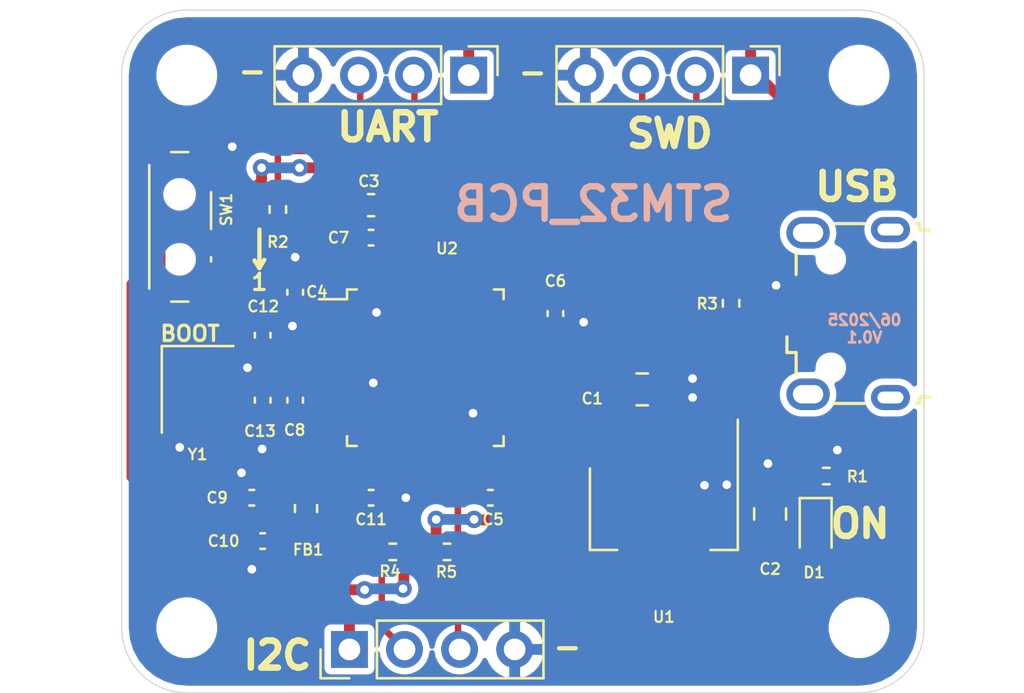
<source format=kicad_pcb>
(kicad_pcb (version 20171130) (host pcbnew "(5.1.10)-1")

  (general
    (thickness 1.6)
    (drawings 23)
    (tracks 253)
    (zones 0)
    (modules 32)
    (nets 48)
  )

  (page A4)
  (layers
    (0 F.Cu signal)
    (31 B.Cu power)
    (32 B.Adhes user)
    (33 F.Adhes user)
    (34 B.Paste user)
    (35 F.Paste user)
    (36 B.SilkS user)
    (37 F.SilkS user)
    (38 B.Mask user)
    (39 F.Mask user)
    (40 Dwgs.User user)
    (41 Cmts.User user)
    (42 Eco1.User user)
    (43 Eco2.User user)
    (44 Edge.Cuts user)
    (45 Margin user)
    (46 B.CrtYd user)
    (47 F.CrtYd user)
    (48 B.Fab user)
    (49 F.Fab user)
  )

  (setup
    (last_trace_width 0.25)
    (user_trace_width 0.3)
    (user_trace_width 0.5)
    (trace_clearance 0.2)
    (zone_clearance 0.508)
    (zone_45_only no)
    (trace_min 0.2)
    (via_size 0.8)
    (via_drill 0.4)
    (via_min_size 0.7)
    (via_min_drill 0.3)
    (user_via 0.7 0.3)
    (uvia_size 0.3)
    (uvia_drill 0.1)
    (uvias_allowed no)
    (uvia_min_size 0.2)
    (uvia_min_drill 0.1)
    (edge_width 0.05)
    (segment_width 0.2)
    (pcb_text_width 0.3)
    (pcb_text_size 1.5 1.5)
    (mod_edge_width 0.12)
    (mod_text_size 1 1)
    (mod_text_width 0.15)
    (pad_size 1.524 1.524)
    (pad_drill 0.762)
    (pad_to_mask_clearance 0.2)
    (aux_axis_origin 0 0)
    (visible_elements 7FFFFFFF)
    (pcbplotparams
      (layerselection 0x010fc_ffffffff)
      (usegerberextensions false)
      (usegerberattributes true)
      (usegerberadvancedattributes true)
      (creategerberjobfile true)
      (excludeedgelayer true)
      (linewidth 0.100000)
      (plotframeref false)
      (viasonmask false)
      (mode 1)
      (useauxorigin false)
      (hpglpennumber 1)
      (hpglpenspeed 20)
      (hpglpendiameter 15.000000)
      (psnegative false)
      (psa4output false)
      (plotreference true)
      (plotvalue true)
      (plotinvisibletext false)
      (padsonsilk false)
      (subtractmaskfromsilk false)
      (outputformat 1)
      (mirror false)
      (drillshape 0)
      (scaleselection 1)
      (outputdirectory "./"))
  )

  (net 0 "")
  (net 1 GND)
  (net 2 VBUS)
  (net 3 +3V3)
  (net 4 +3.3VA)
  (net 5 /NRST)
  (net 6 /HSE_IN)
  (net 7 /HSE_OUT)
  (net 8 /PWR_LED_K)
  (net 9 "Net-(J1-Pad6)")
  (net 10 "Net-(J1-Pad4)")
  (net 11 /USB_D+)
  (net 12 /USB_D-)
  (net 13 /USART1_RX)
  (net 14 /USART1_TX)
  (net 15 /SWCLK)
  (net 16 /SWDIO)
  (net 17 /I2C2_SDA)
  (net 18 /I2C2_SCL)
  (net 19 /SW_BOOT0)
  (net 20 /BOOT0)
  (net 21 "Net-(U2-Pad46)")
  (net 22 "Net-(U2-Pad45)")
  (net 23 "Net-(U2-Pad41)")
  (net 24 "Net-(U2-Pad40)")
  (net 25 "Net-(U2-Pad39)")
  (net 26 "Net-(U2-Pad38)")
  (net 27 "Net-(U2-Pad31)")
  (net 28 "Net-(U2-Pad30)")
  (net 29 "Net-(U2-Pad29)")
  (net 30 "Net-(U2-Pad28)")
  (net 31 "Net-(U2-Pad27)")
  (net 32 "Net-(U2-Pad26)")
  (net 33 "Net-(U2-Pad25)")
  (net 34 "Net-(U2-Pad20)")
  (net 35 "Net-(U2-Pad19)")
  (net 36 "Net-(U2-Pad18)")
  (net 37 "Net-(U2-Pad17)")
  (net 38 "Net-(U2-Pad16)")
  (net 39 "Net-(U2-Pad15)")
  (net 40 "Net-(U2-Pad14)")
  (net 41 "Net-(U2-Pad13)")
  (net 42 "Net-(U2-Pad12)")
  (net 43 "Net-(U2-Pad11)")
  (net 44 "Net-(U2-Pad10)")
  (net 45 "Net-(U2-Pad4)")
  (net 46 "Net-(U2-Pad3)")
  (net 47 "Net-(U2-Pad2)")

  (net_class Default "This is the default net class."
    (clearance 0.2)
    (trace_width 0.25)
    (via_dia 0.8)
    (via_drill 0.4)
    (uvia_dia 0.3)
    (uvia_drill 0.1)
    (add_net +3.3VA)
    (add_net +3V3)
    (add_net /BOOT0)
    (add_net /HSE_IN)
    (add_net /HSE_OUT)
    (add_net /I2C2_SCL)
    (add_net /I2C2_SDA)
    (add_net /NRST)
    (add_net /PWR_LED_K)
    (add_net /SWCLK)
    (add_net /SWDIO)
    (add_net /SW_BOOT0)
    (add_net /USART1_RX)
    (add_net /USART1_TX)
    (add_net /USB_D+)
    (add_net /USB_D-)
    (add_net GND)
    (add_net "Net-(J1-Pad4)")
    (add_net "Net-(J1-Pad6)")
    (add_net "Net-(U2-Pad10)")
    (add_net "Net-(U2-Pad11)")
    (add_net "Net-(U2-Pad12)")
    (add_net "Net-(U2-Pad13)")
    (add_net "Net-(U2-Pad14)")
    (add_net "Net-(U2-Pad15)")
    (add_net "Net-(U2-Pad16)")
    (add_net "Net-(U2-Pad17)")
    (add_net "Net-(U2-Pad18)")
    (add_net "Net-(U2-Pad19)")
    (add_net "Net-(U2-Pad2)")
    (add_net "Net-(U2-Pad20)")
    (add_net "Net-(U2-Pad25)")
    (add_net "Net-(U2-Pad26)")
    (add_net "Net-(U2-Pad27)")
    (add_net "Net-(U2-Pad28)")
    (add_net "Net-(U2-Pad29)")
    (add_net "Net-(U2-Pad3)")
    (add_net "Net-(U2-Pad30)")
    (add_net "Net-(U2-Pad31)")
    (add_net "Net-(U2-Pad38)")
    (add_net "Net-(U2-Pad39)")
    (add_net "Net-(U2-Pad4)")
    (add_net "Net-(U2-Pad40)")
    (add_net "Net-(U2-Pad41)")
    (add_net "Net-(U2-Pad45)")
    (add_net "Net-(U2-Pad46)")
    (add_net VBUS)
  )

  (module Connector_USB:USB_Micro-B_Wuerth_629105150521 (layer F.Cu) (tedit 5A142044) (tstamp 684D8488)
    (at 115.5 87.5 90)
    (descr "USB Micro-B receptacle, http://www.mouser.com/ds/2/445/629105150521-469306.pdf")
    (tags "usb micro receptacle")
    (path /684340F0)
    (attr smd)
    (fp_text reference J1 (at 1.85 -4.125 180) (layer F.Fab)
      (effects (font (size 0.5 0.5) (thickness 0.1)))
    )
    (fp_text value USB_B_Micro (at -5.5 1 180) (layer F.Fab)
      (effects (font (size 0.5 0.5) (thickness 0.1)))
    )
    (fp_line (start 4.95 -3.34) (end -4.94 -3.34) (layer F.CrtYd) (width 0.05))
    (fp_line (start 4.95 4.85) (end 4.95 -3.34) (layer F.CrtYd) (width 0.05))
    (fp_line (start -4.94 4.85) (end 4.95 4.85) (layer F.CrtYd) (width 0.05))
    (fp_line (start -4.94 -3.34) (end -4.94 4.85) (layer F.CrtYd) (width 0.05))
    (fp_line (start 1.8 -2.4) (end 2.8 -2.4) (layer F.SilkS) (width 0.15))
    (fp_line (start -1.8 -2.4) (end -2.8 -2.4) (layer F.SilkS) (width 0.15))
    (fp_line (start -1.8 -2.825) (end -1.8 -2.4) (layer F.SilkS) (width 0.15))
    (fp_line (start -1.075 -2.825) (end -1.8 -2.825) (layer F.SilkS) (width 0.15))
    (fp_line (start 4.15 0.75) (end 4.15 -0.65) (layer F.SilkS) (width 0.15))
    (fp_line (start 4.15 3.3) (end 4.15 3.15) (layer F.SilkS) (width 0.15))
    (fp_line (start 3.85 3.3) (end 4.15 3.3) (layer F.SilkS) (width 0.15))
    (fp_line (start 3.85 3.75) (end 3.85 3.3) (layer F.SilkS) (width 0.15))
    (fp_line (start -3.85 3.3) (end -3.85 3.75) (layer F.SilkS) (width 0.15))
    (fp_line (start -4.15 3.3) (end -3.85 3.3) (layer F.SilkS) (width 0.15))
    (fp_line (start -4.15 3.15) (end -4.15 3.3) (layer F.SilkS) (width 0.15))
    (fp_line (start -4.15 -0.65) (end -4.15 0.75) (layer F.SilkS) (width 0.15))
    (fp_line (start -1.075 -2.95) (end -1.075 -2.725) (layer F.Fab) (width 0.15))
    (fp_line (start -1.525 -2.95) (end -1.075 -2.95) (layer F.Fab) (width 0.15))
    (fp_line (start -1.525 -2.725) (end -1.525 -2.95) (layer F.Fab) (width 0.15))
    (fp_line (start -1.3 -2.55) (end -1.525 -2.725) (layer F.Fab) (width 0.15))
    (fp_line (start -1.075 -2.725) (end -1.3 -2.55) (layer F.Fab) (width 0.15))
    (fp_line (start -2.7 3.75) (end 2.7 3.75) (layer F.Fab) (width 0.15))
    (fp_line (start 4 -2.25) (end -4 -2.25) (layer F.Fab) (width 0.15))
    (fp_line (start 4 3.15) (end 4 -2.25) (layer F.Fab) (width 0.15))
    (fp_line (start 3.7 3.15) (end 4 3.15) (layer F.Fab) (width 0.15))
    (fp_line (start 3.7 4.35) (end 3.7 3.15) (layer F.Fab) (width 0.15))
    (fp_line (start -3.7 4.35) (end 3.7 4.35) (layer F.Fab) (width 0.15))
    (fp_line (start -3.7 3.15) (end -3.7 4.35) (layer F.Fab) (width 0.15))
    (fp_line (start -4 3.15) (end -3.7 3.15) (layer F.Fab) (width 0.15))
    (fp_line (start -4 -2.25) (end -4 3.15) (layer F.Fab) (width 0.15))
    (fp_text user %R (at 0 1.05 90) (layer F.Fab)
      (effects (font (size 1 1) (thickness 0.15)))
    )
    (fp_text user "PCB Edge" (at 0 3 270) (layer Dwgs.User)
      (effects (font (size 0.5 0.5) (thickness 0.08)))
    )
    (pad 1 smd rect (at -1.3 -1.9 90) (size 0.45 1.3) (layers F.Cu F.Paste F.Mask)
      (net 2 VBUS))
    (pad 2 smd rect (at -0.65 -1.9 90) (size 0.45 1.3) (layers F.Cu F.Paste F.Mask)
      (net 12 /USB_D-))
    (pad 3 smd rect (at 0 -1.9 90) (size 0.45 1.3) (layers F.Cu F.Paste F.Mask)
      (net 11 /USB_D+))
    (pad 4 smd rect (at 0.65 -1.9 90) (size 0.45 1.3) (layers F.Cu F.Paste F.Mask)
      (net 10 "Net-(J1-Pad4)"))
    (pad 5 smd rect (at 1.3 -1.9 90) (size 0.45 1.3) (layers F.Cu F.Paste F.Mask)
      (net 1 GND))
    (pad 6 thru_hole oval (at -3.725 -1.85 90) (size 1.45 2) (drill oval 0.85 1.4) (layers *.Cu *.Mask)
      (net 9 "Net-(J1-Pad6)"))
    (pad 6 thru_hole oval (at 3.725 -1.85 90) (size 1.45 2) (drill oval 0.85 1.4) (layers *.Cu *.Mask)
      (net 9 "Net-(J1-Pad6)"))
    (pad 6 thru_hole oval (at -3.875 1.95 90) (size 1.15 1.8) (drill oval 0.55 1.2) (layers *.Cu *.Mask)
      (net 9 "Net-(J1-Pad6)"))
    (pad 6 thru_hole oval (at 3.875 1.95 90) (size 1.15 1.8) (drill oval 0.55 1.2) (layers *.Cu *.Mask)
      (net 9 "Net-(J1-Pad6)"))
    (pad "" np_thru_hole oval (at -2.5 -0.8 90) (size 0.8 0.8) (drill 0.8) (layers *.Cu *.Mask))
    (pad "" np_thru_hole oval (at 2.5 -0.8 90) (size 0.8 0.8) (drill 0.8) (layers *.Cu *.Mask))
    (model "${KIPRJMOD}/629105150521 (rev1).stp"
      (offset (xyz 0 1 1))
      (scale (xyz 1 1 1))
      (rotate (xyz 0 0 0))
    )
  )

  (module Button_Switch_SMD:SW_SPDT_PCM12 (layer F.Cu) (tedit 684D1157) (tstamp 684D0DEE)
    (at 85 83.5 270)
    (descr "Ultraminiature Surface Mount Slide Switch, right-angle, https://www.ckswitches.com/media/1424/pcm.pdf")
    (path /68371120)
    (attr smd)
    (fp_text reference SW1 (at -0.8 -1.825 270) (layer F.SilkS)
      (effects (font (size 0.5 0.5) (thickness 0.1)))
    )
    (fp_text value SW_SPDT (at 0 4.25 270) (layer F.Fab)
      (effects (font (size 0.5 0.5) (thickness 0.1)))
    )
    (fp_line (start -1.4 1.65) (end -1.4 2.95) (layer F.Fab) (width 0.1))
    (fp_line (start -1.4 2.95) (end -1.2 3.15) (layer F.Fab) (width 0.1))
    (fp_line (start -1.2 3.15) (end -0.35 3.15) (layer F.Fab) (width 0.1))
    (fp_line (start -0.35 3.15) (end -0.15 2.95) (layer F.Fab) (width 0.1))
    (fp_line (start -0.15 2.95) (end -0.1 2.9) (layer F.Fab) (width 0.1))
    (fp_line (start -0.1 2.9) (end -0.1 1.6) (layer F.Fab) (width 0.1))
    (fp_line (start -3.35 -1) (end -3.35 1.6) (layer F.Fab) (width 0.1))
    (fp_line (start -3.35 1.6) (end 3.35 1.6) (layer F.Fab) (width 0.1))
    (fp_line (start 3.35 1.6) (end 3.35 -1) (layer F.Fab) (width 0.1))
    (fp_line (start 3.35 -1) (end -3.35 -1) (layer F.Fab) (width 0.1))
    (fp_line (start 1.4 -1.12) (end 1.6 -1.12) (layer F.SilkS) (width 0.12))
    (fp_line (start -4.4 -2.45) (end 4.4 -2.45) (layer F.CrtYd) (width 0.05))
    (fp_line (start 4.4 -2.45) (end 4.4 2.1) (layer F.CrtYd) (width 0.05))
    (fp_line (start 4.4 2.1) (end 1.65 2.1) (layer F.CrtYd) (width 0.05))
    (fp_line (start 1.65 2.1) (end 1.65 3.4) (layer F.CrtYd) (width 0.05))
    (fp_line (start 1.65 3.4) (end -1.65 3.4) (layer F.CrtYd) (width 0.05))
    (fp_line (start -1.65 3.4) (end -1.65 2.1) (layer F.CrtYd) (width 0.05))
    (fp_line (start -1.65 2.1) (end -4.4 2.1) (layer F.CrtYd) (width 0.05))
    (fp_line (start -4.4 2.1) (end -4.4 -2.45) (layer F.CrtYd) (width 0.05))
    (fp_line (start -2.85 1.73) (end 2.85 1.73) (layer F.SilkS) (width 0.12))
    (fp_line (start -1.6 -1.12) (end 0.1 -1.12) (layer F.SilkS) (width 0.12))
    (fp_line (start -3.45 -0.07) (end -3.45 0.72) (layer F.SilkS) (width 0.12))
    (fp_line (start 3.45 0.72) (end 3.45 -0.07) (layer F.SilkS) (width 0.12))
    (pad "" smd rect (at -3.65 -0.78 270) (size 1 0.8) (layers F.Cu F.Paste F.Mask))
    (pad "" smd rect (at 3.65 -0.78 270) (size 1 0.8) (layers F.Cu F.Paste F.Mask))
    (pad "" smd rect (at 3.65 1.43 270) (size 1 0.8) (layers F.Cu F.Paste F.Mask))
    (pad "" smd rect (at -3.65 1.43 270) (size 1 0.8) (layers F.Cu F.Paste F.Mask))
    (pad 3 smd rect (at 2.25 -1.43 270) (size 0.7 1.5) (layers F.Cu F.Paste F.Mask)
      (net 3 +3V3))
    (pad 2 smd rect (at 0.75 -1.43 270) (size 0.7 1.5) (layers F.Cu F.Paste F.Mask)
      (net 19 /SW_BOOT0))
    (pad 1 smd rect (at -2.25 -1.43 270) (size 0.7 1.5) (layers F.Cu F.Paste F.Mask)
      (net 1 GND))
    (pad "" np_thru_hole circle (at 1.5 0.33 270) (size 0.9 0.9) (drill 0.9) (layers *.Cu *.Mask))
    (pad "" np_thru_hole circle (at -1.5 0.33 270) (size 0.9 0.9) (drill 0.9) (layers *.Cu *.Mask))
    (model ${KISYS3DMOD}/Button_Switch_SMD.3dshapes/SW_SPDT_PCM12.wrl
      (at (xyz 0 0 0))
      (scale (xyz 1 1 1))
      (rotate (xyz 0 0 0))
    )
  )

  (module MountingHole:MountingHole_2.2mm_M2 (layer F.Cu) (tedit 56D1B4CB) (tstamp 684C5870)
    (at 85 76.5)
    (descr "Mounting Hole 2.2mm, no annular, M2")
    (tags "mounting hole 2.2mm no annular m2")
    (path /68500FF8)
    (attr virtual)
    (fp_text reference H4 (at 2.5 2) (layer F.Fab)
      (effects (font (size 0.5 0.5) (thickness 0.1)))
    )
    (fp_text value MountingHole (at -6 -2.5) (layer F.Fab)
      (effects (font (size 0.5 0.5) (thickness 0.1)))
    )
    (fp_circle (center 0 0) (end 2.45 0) (layer F.CrtYd) (width 0.05))
    (fp_circle (center 0 0) (end 2.2 0) (layer Cmts.User) (width 0.15))
    (fp_text user %R (at 0.3 0) (layer F.Fab)
      (effects (font (size 1 1) (thickness 0.15)))
    )
    (pad 1 np_thru_hole circle (at 0 0) (size 2.2 2.2) (drill 2.2) (layers *.Cu *.Mask))
  )

  (module MountingHole:MountingHole_2.2mm_M2 (layer F.Cu) (tedit 56D1B4CB) (tstamp 684D0A03)
    (at 116 76.5)
    (descr "Mounting Hole 2.2mm, no annular, M2")
    (tags "mounting hole 2.2mm no annular m2")
    (path /68500E6C)
    (attr virtual)
    (fp_text reference H3 (at -2.5 2) (layer F.Fab)
      (effects (font (size 0.5 0.5) (thickness 0.1)))
    )
    (fp_text value MountingHole (at 5 -3) (layer F.Fab)
      (effects (font (size 0.5 0.5) (thickness 0.1)))
    )
    (fp_circle (center 0 0) (end 2.45 0) (layer F.CrtYd) (width 0.05))
    (fp_circle (center 0 0) (end 2.2 0) (layer Cmts.User) (width 0.15))
    (fp_text user %R (at 0.3 0) (layer F.Fab)
      (effects (font (size 1 1) (thickness 0.15)))
    )
    (pad 1 np_thru_hole circle (at 0 0) (size 2.2 2.2) (drill 2.2) (layers *.Cu *.Mask))
  )

  (module MountingHole:MountingHole_2.2mm_M2 (layer F.Cu) (tedit 56D1B4CB) (tstamp 684C5860)
    (at 116 102)
    (descr "Mounting Hole 2.2mm, no annular, M2")
    (tags "mounting hole 2.2mm no annular m2")
    (path /68500C8D)
    (attr virtual)
    (fp_text reference H2 (at 2 -2.5) (layer F.Fab)
      (effects (font (size 0.5 0.5) (thickness 0.1)))
    )
    (fp_text value MountingHole (at 5.5 2.5 unlocked) (layer F.Fab) hide
      (effects (font (size 0.5 0.5) (thickness 0.1)))
    )
    (fp_circle (center 0 0) (end 2.45 0) (layer F.CrtYd) (width 0.05))
    (fp_circle (center 0 0) (end 2.2 0) (layer Cmts.User) (width 0.15))
    (fp_text user %R (at 0.3 0) (layer F.Fab)
      (effects (font (size 1 1) (thickness 0.15)))
    )
    (pad 1 np_thru_hole circle (at 0 0) (size 2.2 2.2) (drill 2.2) (layers *.Cu *.Mask))
  )

  (module MountingHole:MountingHole_2.2mm_M2 (layer F.Cu) (tedit 56D1B4CB) (tstamp 684C5CC5)
    (at 85 102)
    (descr "Mounting Hole 2.2mm, no annular, M2")
    (tags "mounting hole 2.2mm no annular m2")
    (path /68500285)
    (attr virtual)
    (fp_text reference H1 (at -2 -2.5) (layer F.Fab)
      (effects (font (size 0.5 0.5) (thickness 0.1)))
    )
    (fp_text value MountingHole (at -5 2.5) (layer F.Fab)
      (effects (font (size 0.5 0.5) (thickness 0.1)))
    )
    (fp_circle (center 0 0) (end 2.45 0) (layer F.CrtYd) (width 0.05))
    (fp_circle (center 0 0) (end 2.2 0) (layer Cmts.User) (width 0.15))
    (fp_text user %R (at 0.3 0) (layer F.Fab)
      (effects (font (size 1 1) (thickness 0.15)))
    )
    (pad 1 np_thru_hole circle (at 0 0) (size 2.2 2.2) (drill 2.2) (layers *.Cu *.Mask))
  )

  (module Crystal:Crystal_SMD_3225-4Pin_3.2x2.5mm (layer F.Cu) (tedit 5A0FD1B2) (tstamp 684E9FA8)
    (at 85.5 91 270)
    (descr "SMD Crystal SERIES SMD3225/4 http://www.txccrystal.com/images/pdf/7m-accuracy.pdf, 3.2x2.5mm^2 package")
    (tags "SMD SMT crystal")
    (path /6841FB42)
    (attr smd)
    (fp_text reference Y1 (at 3 0 180) (layer F.SilkS)
      (effects (font (size 0.5 0.5) (thickness 0.1)))
    )
    (fp_text value 16MHz (at 0 2 270) (layer F.Fab)
      (effects (font (size 0.5 0.5) (thickness 0.1)))
    )
    (fp_line (start -1.6 -1.25) (end -1.6 1.25) (layer F.Fab) (width 0.1))
    (fp_line (start -1.6 1.25) (end 1.6 1.25) (layer F.Fab) (width 0.1))
    (fp_line (start 1.6 1.25) (end 1.6 -1.25) (layer F.Fab) (width 0.1))
    (fp_line (start 1.6 -1.25) (end -1.6 -1.25) (layer F.Fab) (width 0.1))
    (fp_line (start -1.6 0.25) (end -0.6 1.25) (layer F.Fab) (width 0.1))
    (fp_line (start -2 -1.65) (end -2 1.65) (layer F.SilkS) (width 0.12))
    (fp_line (start -2 1.65) (end 2 1.65) (layer F.SilkS) (width 0.12))
    (fp_line (start -2.1 -1.7) (end -2.1 1.7) (layer F.CrtYd) (width 0.05))
    (fp_line (start -2.1 1.7) (end 2.1 1.7) (layer F.CrtYd) (width 0.05))
    (fp_line (start 2.1 1.7) (end 2.1 -1.7) (layer F.CrtYd) (width 0.05))
    (fp_line (start 2.1 -1.7) (end -2.1 -1.7) (layer F.CrtYd) (width 0.05))
    (fp_text user %R (at 0 0 90) (layer F.Fab)
      (effects (font (size 0.7 0.7) (thickness 0.105)))
    )
    (pad 4 smd rect (at -1.1 -0.85 270) (size 1.4 1.2) (layers F.Cu F.Paste F.Mask)
      (net 1 GND))
    (pad 3 smd rect (at 1.1 -0.85 270) (size 1.4 1.2) (layers F.Cu F.Paste F.Mask)
      (net 7 /HSE_OUT))
    (pad 2 smd rect (at 1.1 0.85 270) (size 1.4 1.2) (layers F.Cu F.Paste F.Mask)
      (net 1 GND))
    (pad 1 smd rect (at -1.1 0.85 270) (size 1.4 1.2) (layers F.Cu F.Paste F.Mask)
      (net 6 /HSE_IN))
    (model ${KISYS3DMOD}/Crystal.3dshapes/Crystal_SMD_3225-4Pin_3.2x2.5mm.wrl
      (at (xyz 0 0 0))
      (scale (xyz 1 1 1))
      (rotate (xyz 0 0 0))
    )
  )

  (module Package_QFP:LQFP-48_7x7mm_P0.5mm (layer F.Cu) (tedit 5D9F72AF) (tstamp 68495A0B)
    (at 96 90)
    (descr "LQFP, 48 Pin (https://www.analog.com/media/en/technical-documentation/data-sheets/ltc2358-16.pdf), generated with kicad-footprint-generator ipc_gullwing_generator.py")
    (tags "LQFP QFP")
    (path /68347CED)
    (attr smd)
    (fp_text reference U2 (at 1 -5.5) (layer F.SilkS)
      (effects (font (size 0.5 0.5) (thickness 0.1)))
    )
    (fp_text value STM32F103C8T6 (at 0 1.5) (layer F.Fab)
      (effects (font (size 0.5 0.5) (thickness 0.1)))
    )
    (fp_line (start 3.16 3.61) (end 3.61 3.61) (layer F.SilkS) (width 0.12))
    (fp_line (start 3.61 3.61) (end 3.61 3.16) (layer F.SilkS) (width 0.12))
    (fp_line (start -3.16 3.61) (end -3.61 3.61) (layer F.SilkS) (width 0.12))
    (fp_line (start -3.61 3.61) (end -3.61 3.16) (layer F.SilkS) (width 0.12))
    (fp_line (start 3.16 -3.61) (end 3.61 -3.61) (layer F.SilkS) (width 0.12))
    (fp_line (start 3.61 -3.61) (end 3.61 -3.16) (layer F.SilkS) (width 0.12))
    (fp_line (start -3.16 -3.61) (end -3.61 -3.61) (layer F.SilkS) (width 0.12))
    (fp_line (start -3.61 -3.61) (end -3.61 -3.16) (layer F.SilkS) (width 0.12))
    (fp_line (start -3.61 -3.16) (end -4.9 -3.16) (layer F.SilkS) (width 0.12))
    (fp_line (start -2.5 -3.5) (end 3.5 -3.5) (layer F.Fab) (width 0.1))
    (fp_line (start 3.5 -3.5) (end 3.5 3.5) (layer F.Fab) (width 0.1))
    (fp_line (start 3.5 3.5) (end -3.5 3.5) (layer F.Fab) (width 0.1))
    (fp_line (start -3.5 3.5) (end -3.5 -2.5) (layer F.Fab) (width 0.1))
    (fp_line (start -3.5 -2.5) (end -2.5 -3.5) (layer F.Fab) (width 0.1))
    (fp_line (start 0 -5.15) (end -3.15 -5.15) (layer F.CrtYd) (width 0.05))
    (fp_line (start -3.15 -5.15) (end -3.15 -3.75) (layer F.CrtYd) (width 0.05))
    (fp_line (start -3.15 -3.75) (end -3.75 -3.75) (layer F.CrtYd) (width 0.05))
    (fp_line (start -3.75 -3.75) (end -3.75 -3.15) (layer F.CrtYd) (width 0.05))
    (fp_line (start -3.75 -3.15) (end -5.15 -3.15) (layer F.CrtYd) (width 0.05))
    (fp_line (start -5.15 -3.15) (end -5.15 0) (layer F.CrtYd) (width 0.05))
    (fp_line (start 0 -5.15) (end 3.15 -5.15) (layer F.CrtYd) (width 0.05))
    (fp_line (start 3.15 -5.15) (end 3.15 -3.75) (layer F.CrtYd) (width 0.05))
    (fp_line (start 3.15 -3.75) (end 3.75 -3.75) (layer F.CrtYd) (width 0.05))
    (fp_line (start 3.75 -3.75) (end 3.75 -3.15) (layer F.CrtYd) (width 0.05))
    (fp_line (start 3.75 -3.15) (end 5.15 -3.15) (layer F.CrtYd) (width 0.05))
    (fp_line (start 5.15 -3.15) (end 5.15 0) (layer F.CrtYd) (width 0.05))
    (fp_line (start 0 5.15) (end -3.15 5.15) (layer F.CrtYd) (width 0.05))
    (fp_line (start -3.15 5.15) (end -3.15 3.75) (layer F.CrtYd) (width 0.05))
    (fp_line (start -3.15 3.75) (end -3.75 3.75) (layer F.CrtYd) (width 0.05))
    (fp_line (start -3.75 3.75) (end -3.75 3.15) (layer F.CrtYd) (width 0.05))
    (fp_line (start -3.75 3.15) (end -5.15 3.15) (layer F.CrtYd) (width 0.05))
    (fp_line (start -5.15 3.15) (end -5.15 0) (layer F.CrtYd) (width 0.05))
    (fp_line (start 0 5.15) (end 3.15 5.15) (layer F.CrtYd) (width 0.05))
    (fp_line (start 3.15 5.15) (end 3.15 3.75) (layer F.CrtYd) (width 0.05))
    (fp_line (start 3.15 3.75) (end 3.75 3.75) (layer F.CrtYd) (width 0.05))
    (fp_line (start 3.75 3.75) (end 3.75 3.15) (layer F.CrtYd) (width 0.05))
    (fp_line (start 3.75 3.15) (end 5.15 3.15) (layer F.CrtYd) (width 0.05))
    (fp_line (start 5.15 3.15) (end 5.15 0) (layer F.CrtYd) (width 0.05))
    (fp_text user %R (at 0 0) (layer F.Fab)
      (effects (font (size 0.5 0.5) (thickness 0.1)))
    )
    (pad 48 smd roundrect (at -2.75 -4.1625) (size 0.3 1.475) (layers F.Cu F.Paste F.Mask) (roundrect_rratio 0.25)
      (net 3 +3V3))
    (pad 47 smd roundrect (at -2.25 -4.1625) (size 0.3 1.475) (layers F.Cu F.Paste F.Mask) (roundrect_rratio 0.25)
      (net 1 GND))
    (pad 46 smd roundrect (at -1.75 -4.1625) (size 0.3 1.475) (layers F.Cu F.Paste F.Mask) (roundrect_rratio 0.25)
      (net 21 "Net-(U2-Pad46)"))
    (pad 45 smd roundrect (at -1.25 -4.1625) (size 0.3 1.475) (layers F.Cu F.Paste F.Mask) (roundrect_rratio 0.25)
      (net 22 "Net-(U2-Pad45)"))
    (pad 44 smd roundrect (at -0.75 -4.1625) (size 0.3 1.475) (layers F.Cu F.Paste F.Mask) (roundrect_rratio 0.25)
      (net 20 /BOOT0))
    (pad 43 smd roundrect (at -0.25 -4.1625) (size 0.3 1.475) (layers F.Cu F.Paste F.Mask) (roundrect_rratio 0.25)
      (net 13 /USART1_RX))
    (pad 42 smd roundrect (at 0.25 -4.1625) (size 0.3 1.475) (layers F.Cu F.Paste F.Mask) (roundrect_rratio 0.25)
      (net 14 /USART1_TX))
    (pad 41 smd roundrect (at 0.75 -4.1625) (size 0.3 1.475) (layers F.Cu F.Paste F.Mask) (roundrect_rratio 0.25)
      (net 23 "Net-(U2-Pad41)"))
    (pad 40 smd roundrect (at 1.25 -4.1625) (size 0.3 1.475) (layers F.Cu F.Paste F.Mask) (roundrect_rratio 0.25)
      (net 24 "Net-(U2-Pad40)"))
    (pad 39 smd roundrect (at 1.75 -4.1625) (size 0.3 1.475) (layers F.Cu F.Paste F.Mask) (roundrect_rratio 0.25)
      (net 25 "Net-(U2-Pad39)"))
    (pad 38 smd roundrect (at 2.25 -4.1625) (size 0.3 1.475) (layers F.Cu F.Paste F.Mask) (roundrect_rratio 0.25)
      (net 26 "Net-(U2-Pad38)"))
    (pad 37 smd roundrect (at 2.75 -4.1625) (size 0.3 1.475) (layers F.Cu F.Paste F.Mask) (roundrect_rratio 0.25)
      (net 15 /SWCLK))
    (pad 36 smd roundrect (at 4.1625 -2.75) (size 1.475 0.3) (layers F.Cu F.Paste F.Mask) (roundrect_rratio 0.25)
      (net 3 +3V3))
    (pad 35 smd roundrect (at 4.1625 -2.25) (size 1.475 0.3) (layers F.Cu F.Paste F.Mask) (roundrect_rratio 0.25)
      (net 1 GND))
    (pad 34 smd roundrect (at 4.1625 -1.75) (size 1.475 0.3) (layers F.Cu F.Paste F.Mask) (roundrect_rratio 0.25)
      (net 16 /SWDIO))
    (pad 33 smd roundrect (at 4.1625 -1.25) (size 1.475 0.3) (layers F.Cu F.Paste F.Mask) (roundrect_rratio 0.25)
      (net 11 /USB_D+))
    (pad 32 smd roundrect (at 4.1625 -0.75) (size 1.475 0.3) (layers F.Cu F.Paste F.Mask) (roundrect_rratio 0.25)
      (net 12 /USB_D-))
    (pad 31 smd roundrect (at 4.1625 -0.25) (size 1.475 0.3) (layers F.Cu F.Paste F.Mask) (roundrect_rratio 0.25)
      (net 27 "Net-(U2-Pad31)"))
    (pad 30 smd roundrect (at 4.1625 0.25) (size 1.475 0.3) (layers F.Cu F.Paste F.Mask) (roundrect_rratio 0.25)
      (net 28 "Net-(U2-Pad30)"))
    (pad 29 smd roundrect (at 4.1625 0.75) (size 1.475 0.3) (layers F.Cu F.Paste F.Mask) (roundrect_rratio 0.25)
      (net 29 "Net-(U2-Pad29)"))
    (pad 28 smd roundrect (at 4.1625 1.25) (size 1.475 0.3) (layers F.Cu F.Paste F.Mask) (roundrect_rratio 0.25)
      (net 30 "Net-(U2-Pad28)"))
    (pad 27 smd roundrect (at 4.1625 1.75) (size 1.475 0.3) (layers F.Cu F.Paste F.Mask) (roundrect_rratio 0.25)
      (net 31 "Net-(U2-Pad27)"))
    (pad 26 smd roundrect (at 4.1625 2.25) (size 1.475 0.3) (layers F.Cu F.Paste F.Mask) (roundrect_rratio 0.25)
      (net 32 "Net-(U2-Pad26)"))
    (pad 25 smd roundrect (at 4.1625 2.75) (size 1.475 0.3) (layers F.Cu F.Paste F.Mask) (roundrect_rratio 0.25)
      (net 33 "Net-(U2-Pad25)"))
    (pad 24 smd roundrect (at 2.75 4.1625) (size 0.3 1.475) (layers F.Cu F.Paste F.Mask) (roundrect_rratio 0.25)
      (net 3 +3V3))
    (pad 23 smd roundrect (at 2.25 4.1625) (size 0.3 1.475) (layers F.Cu F.Paste F.Mask) (roundrect_rratio 0.25)
      (net 1 GND))
    (pad 22 smd roundrect (at 1.75 4.1625) (size 0.3 1.475) (layers F.Cu F.Paste F.Mask) (roundrect_rratio 0.25)
      (net 17 /I2C2_SDA))
    (pad 21 smd roundrect (at 1.25 4.1625) (size 0.3 1.475) (layers F.Cu F.Paste F.Mask) (roundrect_rratio 0.25)
      (net 18 /I2C2_SCL))
    (pad 20 smd roundrect (at 0.75 4.1625) (size 0.3 1.475) (layers F.Cu F.Paste F.Mask) (roundrect_rratio 0.25)
      (net 34 "Net-(U2-Pad20)"))
    (pad 19 smd roundrect (at 0.25 4.1625) (size 0.3 1.475) (layers F.Cu F.Paste F.Mask) (roundrect_rratio 0.25)
      (net 35 "Net-(U2-Pad19)"))
    (pad 18 smd roundrect (at -0.25 4.1625) (size 0.3 1.475) (layers F.Cu F.Paste F.Mask) (roundrect_rratio 0.25)
      (net 36 "Net-(U2-Pad18)"))
    (pad 17 smd roundrect (at -0.75 4.1625) (size 0.3 1.475) (layers F.Cu F.Paste F.Mask) (roundrect_rratio 0.25)
      (net 37 "Net-(U2-Pad17)"))
    (pad 16 smd roundrect (at -1.25 4.1625) (size 0.3 1.475) (layers F.Cu F.Paste F.Mask) (roundrect_rratio 0.25)
      (net 38 "Net-(U2-Pad16)"))
    (pad 15 smd roundrect (at -1.75 4.1625) (size 0.3 1.475) (layers F.Cu F.Paste F.Mask) (roundrect_rratio 0.25)
      (net 39 "Net-(U2-Pad15)"))
    (pad 14 smd roundrect (at -2.25 4.1625) (size 0.3 1.475) (layers F.Cu F.Paste F.Mask) (roundrect_rratio 0.25)
      (net 40 "Net-(U2-Pad14)"))
    (pad 13 smd roundrect (at -2.75 4.1625) (size 0.3 1.475) (layers F.Cu F.Paste F.Mask) (roundrect_rratio 0.25)
      (net 41 "Net-(U2-Pad13)"))
    (pad 12 smd roundrect (at -4.1625 2.75) (size 1.475 0.3) (layers F.Cu F.Paste F.Mask) (roundrect_rratio 0.25)
      (net 42 "Net-(U2-Pad12)"))
    (pad 11 smd roundrect (at -4.1625 2.25) (size 1.475 0.3) (layers F.Cu F.Paste F.Mask) (roundrect_rratio 0.25)
      (net 43 "Net-(U2-Pad11)"))
    (pad 10 smd roundrect (at -4.1625 1.75) (size 1.475 0.3) (layers F.Cu F.Paste F.Mask) (roundrect_rratio 0.25)
      (net 44 "Net-(U2-Pad10)"))
    (pad 9 smd roundrect (at -4.1625 1.25) (size 1.475 0.3) (layers F.Cu F.Paste F.Mask) (roundrect_rratio 0.25)
      (net 4 +3.3VA))
    (pad 8 smd roundrect (at -4.1625 0.75) (size 1.475 0.3) (layers F.Cu F.Paste F.Mask) (roundrect_rratio 0.25)
      (net 1 GND))
    (pad 7 smd roundrect (at -4.1625 0.25) (size 1.475 0.3) (layers F.Cu F.Paste F.Mask) (roundrect_rratio 0.25)
      (net 5 /NRST))
    (pad 6 smd roundrect (at -4.1625 -0.25) (size 1.475 0.3) (layers F.Cu F.Paste F.Mask) (roundrect_rratio 0.25)
      (net 7 /HSE_OUT))
    (pad 5 smd roundrect (at -4.1625 -0.75) (size 1.475 0.3) (layers F.Cu F.Paste F.Mask) (roundrect_rratio 0.25)
      (net 6 /HSE_IN))
    (pad 4 smd roundrect (at -4.1625 -1.25) (size 1.475 0.3) (layers F.Cu F.Paste F.Mask) (roundrect_rratio 0.25)
      (net 45 "Net-(U2-Pad4)"))
    (pad 3 smd roundrect (at -4.1625 -1.75) (size 1.475 0.3) (layers F.Cu F.Paste F.Mask) (roundrect_rratio 0.25)
      (net 46 "Net-(U2-Pad3)"))
    (pad 2 smd roundrect (at -4.1625 -2.25) (size 1.475 0.3) (layers F.Cu F.Paste F.Mask) (roundrect_rratio 0.25)
      (net 47 "Net-(U2-Pad2)"))
    (pad 1 smd roundrect (at -4.1625 -2.75) (size 1.475 0.3) (layers F.Cu F.Paste F.Mask) (roundrect_rratio 0.25)
      (net 3 +3V3))
    (model ${KISYS3DMOD}/Package_QFP.3dshapes/LQFP-48_7x7mm_P0.5mm.wrl
      (at (xyz 0 0 0))
      (scale (xyz 1 1 1))
      (rotate (xyz 0 0 0))
    )
  )

  (module Package_TO_SOT_SMD:SOT-223-3_TabPin2 (layer F.Cu) (tedit 5A02FF57) (tstamp 684C5EDE)
    (at 107 96.5 270)
    (descr "module CMS SOT223 4 pins")
    (tags "CMS SOT")
    (path /68469BAF)
    (attr smd)
    (fp_text reference U1 (at 5 0 180) (layer F.SilkS)
      (effects (font (size 0.5 0.5) (thickness 0.1)))
    )
    (fp_text value AMS1117-3.3 (at 6 0 180) (layer F.Fab)
      (effects (font (size 0.5 0.5) (thickness 0.1)))
    )
    (fp_line (start 1.91 3.41) (end 1.91 2.15) (layer F.SilkS) (width 0.12))
    (fp_line (start 1.91 -3.41) (end 1.91 -2.15) (layer F.SilkS) (width 0.12))
    (fp_line (start 4.4 -3.6) (end -4.4 -3.6) (layer F.CrtYd) (width 0.05))
    (fp_line (start 4.4 3.6) (end 4.4 -3.6) (layer F.CrtYd) (width 0.05))
    (fp_line (start -4.4 3.6) (end 4.4 3.6) (layer F.CrtYd) (width 0.05))
    (fp_line (start -4.4 -3.6) (end -4.4 3.6) (layer F.CrtYd) (width 0.05))
    (fp_line (start -1.85 -2.35) (end -0.85 -3.35) (layer F.Fab) (width 0.1))
    (fp_line (start -1.85 -2.35) (end -1.85 3.35) (layer F.Fab) (width 0.1))
    (fp_line (start -1.85 3.41) (end 1.91 3.41) (layer F.SilkS) (width 0.12))
    (fp_line (start -0.85 -3.35) (end 1.85 -3.35) (layer F.Fab) (width 0.1))
    (fp_line (start -4.1 -3.41) (end 1.91 -3.41) (layer F.SilkS) (width 0.12))
    (fp_line (start -1.85 3.35) (end 1.85 3.35) (layer F.Fab) (width 0.1))
    (fp_line (start 1.85 -3.35) (end 1.85 3.35) (layer F.Fab) (width 0.1))
    (fp_text user %R (at 0 0) (layer F.Fab)
      (effects (font (size 0.8 0.8) (thickness 0.12)))
    )
    (pad 1 smd rect (at -3.15 -2.3 270) (size 2 1.5) (layers F.Cu F.Paste F.Mask)
      (net 1 GND))
    (pad 3 smd rect (at -3.15 2.3 270) (size 2 1.5) (layers F.Cu F.Paste F.Mask)
      (net 2 VBUS))
    (pad 2 smd rect (at -3.15 0 270) (size 2 1.5) (layers F.Cu F.Paste F.Mask)
      (net 3 +3V3))
    (pad 2 smd rect (at 3.15 0 270) (size 2 3.8) (layers F.Cu F.Paste F.Mask)
      (net 3 +3V3))
    (model ${KISYS3DMOD}/Package_TO_SOT_SMD.3dshapes/SOT-223.wrl
      (at (xyz 0 0 0))
      (scale (xyz 1 1 1))
      (rotate (xyz 0 0 0))
    )
  )

  (module Resistor_SMD:R_0402_1005Metric (layer F.Cu) (tedit 5F68FEEE) (tstamp 684955C4)
    (at 97 98.5)
    (descr "Resistor SMD 0402 (1005 Metric), square (rectangular) end terminal, IPC_7351 nominal, (Body size source: IPC-SM-782 page 72, https://www.pcb-3d.com/wordpress/wp-content/uploads/ipc-sm-782a_amendment_1_and_2.pdf), generated with kicad-footprint-generator")
    (tags resistor)
    (path /6852CCAE)
    (attr smd)
    (fp_text reference R5 (at -0.025 0.925) (layer F.SilkS)
      (effects (font (size 0.5 0.5) (thickness 0.1)))
    )
    (fp_text value 1k5 (at 1.775 0.025) (layer F.Fab)
      (effects (font (size 0.5 0.5) (thickness 0.1)))
    )
    (fp_line (start -0.525 0.27) (end -0.525 -0.27) (layer F.Fab) (width 0.1))
    (fp_line (start -0.525 -0.27) (end 0.525 -0.27) (layer F.Fab) (width 0.1))
    (fp_line (start 0.525 -0.27) (end 0.525 0.27) (layer F.Fab) (width 0.1))
    (fp_line (start 0.525 0.27) (end -0.525 0.27) (layer F.Fab) (width 0.1))
    (fp_line (start -0.153641 -0.38) (end 0.153641 -0.38) (layer F.SilkS) (width 0.12))
    (fp_line (start -0.153641 0.38) (end 0.153641 0.38) (layer F.SilkS) (width 0.12))
    (fp_line (start -0.93 0.47) (end -0.93 -0.47) (layer F.CrtYd) (width 0.05))
    (fp_line (start -0.93 -0.47) (end 0.93 -0.47) (layer F.CrtYd) (width 0.05))
    (fp_line (start 0.93 -0.47) (end 0.93 0.47) (layer F.CrtYd) (width 0.05))
    (fp_line (start 0.93 0.47) (end -0.93 0.47) (layer F.CrtYd) (width 0.05))
    (fp_text user %R (at 0 0) (layer F.Fab)
      (effects (font (size 0.26 0.26) (thickness 0.04)))
    )
    (pad 2 smd roundrect (at 0.51 0) (size 0.54 0.64) (layers F.Cu F.Paste F.Mask) (roundrect_rratio 0.25)
      (net 17 /I2C2_SDA))
    (pad 1 smd roundrect (at -0.51 0) (size 0.54 0.64) (layers F.Cu F.Paste F.Mask) (roundrect_rratio 0.25)
      (net 3 +3V3))
    (model ${KISYS3DMOD}/Resistor_SMD.3dshapes/R_0402_1005Metric.wrl
      (at (xyz 0 0 0))
      (scale (xyz 1 1 1))
      (rotate (xyz 0 0 0))
    )
  )

  (module Resistor_SMD:R_0402_1005Metric (layer F.Cu) (tedit 5F68FEEE) (tstamp 6849569C)
    (at 94.5 98.5 180)
    (descr "Resistor SMD 0402 (1005 Metric), square (rectangular) end terminal, IPC_7351 nominal, (Body size source: IPC-SM-782 page 72, https://www.pcb-3d.com/wordpress/wp-content/uploads/ipc-sm-782a_amendment_1_and_2.pdf), generated with kicad-footprint-generator")
    (tags resistor)
    (path /68515161)
    (attr smd)
    (fp_text reference R4 (at 0.125 -0.9) (layer F.SilkS)
      (effects (font (size 0.5 0.5) (thickness 0.1)))
    )
    (fp_text value 1k5 (at 1.675 0.1) (layer F.Fab)
      (effects (font (size 0.5 0.5) (thickness 0.1)))
    )
    (fp_line (start -0.525 0.27) (end -0.525 -0.27) (layer F.Fab) (width 0.1))
    (fp_line (start -0.525 -0.27) (end 0.525 -0.27) (layer F.Fab) (width 0.1))
    (fp_line (start 0.525 -0.27) (end 0.525 0.27) (layer F.Fab) (width 0.1))
    (fp_line (start 0.525 0.27) (end -0.525 0.27) (layer F.Fab) (width 0.1))
    (fp_line (start -0.153641 -0.38) (end 0.153641 -0.38) (layer F.SilkS) (width 0.12))
    (fp_line (start -0.153641 0.38) (end 0.153641 0.38) (layer F.SilkS) (width 0.12))
    (fp_line (start -0.93 0.47) (end -0.93 -0.47) (layer F.CrtYd) (width 0.05))
    (fp_line (start -0.93 -0.47) (end 0.93 -0.47) (layer F.CrtYd) (width 0.05))
    (fp_line (start 0.93 -0.47) (end 0.93 0.47) (layer F.CrtYd) (width 0.05))
    (fp_line (start 0.93 0.47) (end -0.93 0.47) (layer F.CrtYd) (width 0.05))
    (fp_text user %R (at 0 0) (layer F.Fab)
      (effects (font (size 0.26 0.26) (thickness 0.04)))
    )
    (pad 2 smd roundrect (at 0.51 0 180) (size 0.54 0.64) (layers F.Cu F.Paste F.Mask) (roundrect_rratio 0.25)
      (net 18 /I2C2_SCL))
    (pad 1 smd roundrect (at -0.51 0 180) (size 0.54 0.64) (layers F.Cu F.Paste F.Mask) (roundrect_rratio 0.25)
      (net 3 +3V3))
    (model ${KISYS3DMOD}/Resistor_SMD.3dshapes/R_0402_1005Metric.wrl
      (at (xyz 0 0 0))
      (scale (xyz 1 1 1))
      (rotate (xyz 0 0 0))
    )
  )

  (module Resistor_SMD:R_0402_1005Metric (layer F.Cu) (tedit 5F68FEEE) (tstamp 684EAC92)
    (at 110.1 87.025 270)
    (descr "Resistor SMD 0402 (1005 Metric), square (rectangular) end terminal, IPC_7351 nominal, (Body size source: IPC-SM-782 page 72, https://www.pcb-3d.com/wordpress/wp-content/uploads/ipc-sm-782a_amendment_1_and_2.pdf), generated with kicad-footprint-generator")
    (tags resistor)
    (path /684447C8)
    (attr smd)
    (fp_text reference R3 (at 0.025 1.1 180) (layer F.SilkS)
      (effects (font (size 0.5 0.5) (thickness 0.1)))
    )
    (fp_text value 1k5 (at -1.51 0 180) (layer F.Fab)
      (effects (font (size 0.5 0.5) (thickness 0.1)))
    )
    (fp_line (start -0.525 0.27) (end -0.525 -0.27) (layer F.Fab) (width 0.1))
    (fp_line (start -0.525 -0.27) (end 0.525 -0.27) (layer F.Fab) (width 0.1))
    (fp_line (start 0.525 -0.27) (end 0.525 0.27) (layer F.Fab) (width 0.1))
    (fp_line (start 0.525 0.27) (end -0.525 0.27) (layer F.Fab) (width 0.1))
    (fp_line (start -0.153641 -0.38) (end 0.153641 -0.38) (layer F.SilkS) (width 0.12))
    (fp_line (start -0.153641 0.38) (end 0.153641 0.38) (layer F.SilkS) (width 0.12))
    (fp_line (start -0.93 0.47) (end -0.93 -0.47) (layer F.CrtYd) (width 0.05))
    (fp_line (start -0.93 -0.47) (end 0.93 -0.47) (layer F.CrtYd) (width 0.05))
    (fp_line (start 0.93 -0.47) (end 0.93 0.47) (layer F.CrtYd) (width 0.05))
    (fp_line (start 0.93 0.47) (end -0.93 0.47) (layer F.CrtYd) (width 0.05))
    (fp_text user %R (at 0 0 90) (layer F.Fab)
      (effects (font (size 0.26 0.26) (thickness 0.04)))
    )
    (pad 2 smd roundrect (at 0.51 0 270) (size 0.54 0.64) (layers F.Cu F.Paste F.Mask) (roundrect_rratio 0.25)
      (net 11 /USB_D+))
    (pad 1 smd roundrect (at -0.51 0 270) (size 0.54 0.64) (layers F.Cu F.Paste F.Mask) (roundrect_rratio 0.25)
      (net 3 +3V3))
    (model ${KISYS3DMOD}/Resistor_SMD.3dshapes/R_0402_1005Metric.wrl
      (at (xyz 0 0 0))
      (scale (xyz 1 1 1))
      (rotate (xyz 0 0 0))
    )
  )

  (module Resistor_SMD:R_0402_1005Metric (layer F.Cu) (tedit 5F68FEEE) (tstamp 684EE81E)
    (at 89.2 82.7 270)
    (descr "Resistor SMD 0402 (1005 Metric), square (rectangular) end terminal, IPC_7351 nominal, (Body size source: IPC-SM-782 page 72, https://www.pcb-3d.com/wordpress/wp-content/uploads/ipc-sm-782a_amendment_1_and_2.pdf), generated with kicad-footprint-generator")
    (tags resistor)
    (path /68379455)
    (attr smd)
    (fp_text reference R2 (at 1.5 0 180) (layer F.SilkS)
      (effects (font (size 0.5 0.5) (thickness 0.1)))
    )
    (fp_text value 10k (at 0 -1 90) (layer F.Fab)
      (effects (font (size 0.5 0.5) (thickness 0.1)))
    )
    (fp_line (start -0.525 0.27) (end -0.525 -0.27) (layer F.Fab) (width 0.1))
    (fp_line (start -0.525 -0.27) (end 0.525 -0.27) (layer F.Fab) (width 0.1))
    (fp_line (start 0.525 -0.27) (end 0.525 0.27) (layer F.Fab) (width 0.1))
    (fp_line (start 0.525 0.27) (end -0.525 0.27) (layer F.Fab) (width 0.1))
    (fp_line (start -0.153641 -0.38) (end 0.153641 -0.38) (layer F.SilkS) (width 0.12))
    (fp_line (start -0.153641 0.38) (end 0.153641 0.38) (layer F.SilkS) (width 0.12))
    (fp_line (start -0.93 0.47) (end -0.93 -0.47) (layer F.CrtYd) (width 0.05))
    (fp_line (start -0.93 -0.47) (end 0.93 -0.47) (layer F.CrtYd) (width 0.05))
    (fp_line (start 0.93 -0.47) (end 0.93 0.47) (layer F.CrtYd) (width 0.05))
    (fp_line (start 0.93 0.47) (end -0.93 0.47) (layer F.CrtYd) (width 0.05))
    (fp_text user %R (at 0 0 90) (layer F.Fab)
      (effects (font (size 0.26 0.26) (thickness 0.04)))
    )
    (pad 2 smd roundrect (at 0.51 0 270) (size 0.54 0.64) (layers F.Cu F.Paste F.Mask) (roundrect_rratio 0.25)
      (net 19 /SW_BOOT0))
    (pad 1 smd roundrect (at -0.51 0 270) (size 0.54 0.64) (layers F.Cu F.Paste F.Mask) (roundrect_rratio 0.25)
      (net 20 /BOOT0))
    (model ${KISYS3DMOD}/Resistor_SMD.3dshapes/R_0402_1005Metric.wrl
      (at (xyz 0 0 0))
      (scale (xyz 1 1 1))
      (rotate (xyz 0 0 0))
    )
  )

  (module Resistor_SMD:R_0402_1005Metric (layer F.Cu) (tedit 5F68FEEE) (tstamp 684EB474)
    (at 114.49 95)
    (descr "Resistor SMD 0402 (1005 Metric), square (rectangular) end terminal, IPC_7351 nominal, (Body size source: IPC-SM-782 page 72, https://www.pcb-3d.com/wordpress/wp-content/uploads/ipc-sm-782a_amendment_1_and_2.pdf), generated with kicad-footprint-generator")
    (tags resistor)
    (path /6848A649)
    (attr smd)
    (fp_text reference R1 (at 1.435 0.025) (layer F.SilkS)
      (effects (font (size 0.5 0.5) (thickness 0.1)))
    )
    (fp_text value 1k5 (at -0.49 -0.825) (layer F.Fab)
      (effects (font (size 0.5 0.5) (thickness 0.1)))
    )
    (fp_line (start -0.525 0.27) (end -0.525 -0.27) (layer F.Fab) (width 0.1))
    (fp_line (start -0.525 -0.27) (end 0.525 -0.27) (layer F.Fab) (width 0.1))
    (fp_line (start 0.525 -0.27) (end 0.525 0.27) (layer F.Fab) (width 0.1))
    (fp_line (start 0.525 0.27) (end -0.525 0.27) (layer F.Fab) (width 0.1))
    (fp_line (start -0.153641 -0.38) (end 0.153641 -0.38) (layer F.SilkS) (width 0.12))
    (fp_line (start -0.153641 0.38) (end 0.153641 0.38) (layer F.SilkS) (width 0.12))
    (fp_line (start -0.93 0.47) (end -0.93 -0.47) (layer F.CrtYd) (width 0.05))
    (fp_line (start -0.93 -0.47) (end 0.93 -0.47) (layer F.CrtYd) (width 0.05))
    (fp_line (start 0.93 -0.47) (end 0.93 0.47) (layer F.CrtYd) (width 0.05))
    (fp_line (start 0.93 0.47) (end -0.93 0.47) (layer F.CrtYd) (width 0.05))
    (fp_text user %R (at 0 0) (layer F.Fab)
      (effects (font (size 0.26 0.26) (thickness 0.04)))
    )
    (pad 2 smd roundrect (at 0.51 0) (size 0.54 0.64) (layers F.Cu F.Paste F.Mask) (roundrect_rratio 0.25)
      (net 1 GND))
    (pad 1 smd roundrect (at -0.51 0) (size 0.54 0.64) (layers F.Cu F.Paste F.Mask) (roundrect_rratio 0.25)
      (net 8 /PWR_LED_K))
    (model ${KISYS3DMOD}/Resistor_SMD.3dshapes/R_0402_1005Metric.wrl
      (at (xyz 0 0 0))
      (scale (xyz 1 1 1))
      (rotate (xyz 0 0 0))
    )
  )

  (module Connector_PinHeader_2.54mm:PinHeader_1x04_P2.54mm_Vertical (layer F.Cu) (tedit 59FED5CC) (tstamp 6849551D)
    (at 92.5 103 90)
    (descr "Through hole straight pin header, 1x04, 2.54mm pitch, single row")
    (tags "Through hole pin header THT 1x04 2.54mm single row")
    (path /684F7582)
    (fp_text reference J4 (at -0.975 10.2 180) (layer F.Fab)
      (effects (font (size 0.5 0.5) (thickness 0.1)))
    )
    (fp_text value Conn_01x04_Male (at -0.9 14.525 180) (layer F.Fab)
      (effects (font (size 0.5 0.5) (thickness 0.1)))
    )
    (fp_line (start -0.635 -1.27) (end 1.27 -1.27) (layer F.Fab) (width 0.1))
    (fp_line (start 1.27 -1.27) (end 1.27 8.89) (layer F.Fab) (width 0.1))
    (fp_line (start 1.27 8.89) (end -1.27 8.89) (layer F.Fab) (width 0.1))
    (fp_line (start -1.27 8.89) (end -1.27 -0.635) (layer F.Fab) (width 0.1))
    (fp_line (start -1.27 -0.635) (end -0.635 -1.27) (layer F.Fab) (width 0.1))
    (fp_line (start -1.33 8.95) (end 1.33 8.95) (layer F.SilkS) (width 0.12))
    (fp_line (start -1.33 1.27) (end -1.33 8.95) (layer F.SilkS) (width 0.12))
    (fp_line (start 1.33 1.27) (end 1.33 8.95) (layer F.SilkS) (width 0.12))
    (fp_line (start -1.33 1.27) (end 1.33 1.27) (layer F.SilkS) (width 0.12))
    (fp_line (start -1.33 0) (end -1.33 -1.33) (layer F.SilkS) (width 0.12))
    (fp_line (start -1.33 -1.33) (end 0 -1.33) (layer F.SilkS) (width 0.12))
    (fp_line (start -1.8 -1.8) (end -1.8 9.4) (layer F.CrtYd) (width 0.05))
    (fp_line (start -1.8 9.4) (end 1.8 9.4) (layer F.CrtYd) (width 0.05))
    (fp_line (start 1.8 9.4) (end 1.8 -1.8) (layer F.CrtYd) (width 0.05))
    (fp_line (start 1.8 -1.8) (end -1.8 -1.8) (layer F.CrtYd) (width 0.05))
    (fp_text user %R (at 0 3.81) (layer F.Fab)
      (effects (font (size 1 1) (thickness 0.15)))
    )
    (pad 4 thru_hole oval (at 0 7.62 90) (size 1.7 1.7) (drill 1) (layers *.Cu *.Mask)
      (net 1 GND))
    (pad 3 thru_hole oval (at 0 5.08 90) (size 1.7 1.7) (drill 1) (layers *.Cu *.Mask)
      (net 17 /I2C2_SDA))
    (pad 2 thru_hole oval (at 0 2.54 90) (size 1.7 1.7) (drill 1) (layers *.Cu *.Mask)
      (net 18 /I2C2_SCL))
    (pad 1 thru_hole rect (at 0 0 90) (size 1.7 1.7) (drill 1) (layers *.Cu *.Mask)
      (net 3 +3V3))
    (model ${KISYS3DMOD}/Connector_PinHeader_2.54mm.3dshapes/PinHeader_1x04_P2.54mm_Vertical.wrl
      (at (xyz 0 0 0))
      (scale (xyz 1 1 1))
      (rotate (xyz 0 0 0))
    )
  )

  (module Connector_PinHeader_2.54mm:PinHeader_1x04_P2.54mm_Vertical (layer F.Cu) (tedit 59FED5CC) (tstamp 6849565E)
    (at 111 76.5 270)
    (descr "Through hole straight pin header, 1x04, 2.54mm pitch, single row")
    (tags "Through hole pin header THT 1x04 2.54mm single row")
    (path /68451BBF)
    (fp_text reference J3 (at -2.15 8.8 180) (layer F.Fab)
      (effects (font (size 0.5 0.5) (thickness 0.1)))
    )
    (fp_text value Conn_01x04_Male (at -2.175 1.625 180) (layer F.Fab)
      (effects (font (size 0.5 0.5) (thickness 0.1)))
    )
    (fp_line (start -0.635 -1.27) (end 1.27 -1.27) (layer F.Fab) (width 0.1))
    (fp_line (start 1.27 -1.27) (end 1.27 8.89) (layer F.Fab) (width 0.1))
    (fp_line (start 1.27 8.89) (end -1.27 8.89) (layer F.Fab) (width 0.1))
    (fp_line (start -1.27 8.89) (end -1.27 -0.635) (layer F.Fab) (width 0.1))
    (fp_line (start -1.27 -0.635) (end -0.635 -1.27) (layer F.Fab) (width 0.1))
    (fp_line (start -1.33 8.95) (end 1.33 8.95) (layer F.SilkS) (width 0.12))
    (fp_line (start -1.33 1.27) (end -1.33 8.95) (layer F.SilkS) (width 0.12))
    (fp_line (start 1.33 1.27) (end 1.33 8.95) (layer F.SilkS) (width 0.12))
    (fp_line (start -1.33 1.27) (end 1.33 1.27) (layer F.SilkS) (width 0.12))
    (fp_line (start -1.33 0) (end -1.33 -1.33) (layer F.SilkS) (width 0.12))
    (fp_line (start -1.33 -1.33) (end 0 -1.33) (layer F.SilkS) (width 0.12))
    (fp_line (start -1.8 -1.8) (end -1.8 9.4) (layer F.CrtYd) (width 0.05))
    (fp_line (start -1.8 9.4) (end 1.8 9.4) (layer F.CrtYd) (width 0.05))
    (fp_line (start 1.8 9.4) (end 1.8 -1.8) (layer F.CrtYd) (width 0.05))
    (fp_line (start 1.8 -1.8) (end -1.8 -1.8) (layer F.CrtYd) (width 0.05))
    (fp_text user %R (at 0 3.81) (layer F.Fab)
      (effects (font (size 1 1) (thickness 0.15)))
    )
    (pad 4 thru_hole oval (at 0 7.62 270) (size 1.7 1.7) (drill 1) (layers *.Cu *.Mask)
      (net 1 GND))
    (pad 3 thru_hole oval (at 0 5.08 270) (size 1.7 1.7) (drill 1) (layers *.Cu *.Mask)
      (net 15 /SWCLK))
    (pad 2 thru_hole oval (at 0 2.54 270) (size 1.7 1.7) (drill 1) (layers *.Cu *.Mask)
      (net 16 /SWDIO))
    (pad 1 thru_hole rect (at 0 0 270) (size 1.7 1.7) (drill 1) (layers *.Cu *.Mask)
      (net 3 +3V3))
    (model ${KISYS3DMOD}/Connector_PinHeader_2.54mm.3dshapes/PinHeader_1x04_P2.54mm_Vertical.wrl
      (at (xyz 0 0 0))
      (scale (xyz 1 1 1))
      (rotate (xyz 0 0 0))
    )
  )

  (module Connector_PinHeader_2.54mm:PinHeader_1x04_P2.54mm_Vertical (layer F.Cu) (tedit 59FED5CC) (tstamp 684C5D19)
    (at 98 76.5 270)
    (descr "Through hole straight pin header, 1x04, 2.54mm pitch, single row")
    (tags "Through hole pin header THT 1x04 2.54mm single row")
    (path /684F59C2)
    (fp_text reference J2 (at -2.175 8.9 180) (layer F.Fab)
      (effects (font (size 0.5 0.5) (thickness 0.1)))
    )
    (fp_text value Conn_01x04_Male (at -2.175 1.4 180) (layer F.Fab)
      (effects (font (size 0.5 0.5) (thickness 0.1)))
    )
    (fp_line (start -0.635 -1.27) (end 1.27 -1.27) (layer F.Fab) (width 0.1))
    (fp_line (start 1.27 -1.27) (end 1.27 8.89) (layer F.Fab) (width 0.1))
    (fp_line (start 1.27 8.89) (end -1.27 8.89) (layer F.Fab) (width 0.1))
    (fp_line (start -1.27 8.89) (end -1.27 -0.635) (layer F.Fab) (width 0.1))
    (fp_line (start -1.27 -0.635) (end -0.635 -1.27) (layer F.Fab) (width 0.1))
    (fp_line (start -1.33 8.95) (end 1.33 8.95) (layer F.SilkS) (width 0.12))
    (fp_line (start -1.33 1.27) (end -1.33 8.95) (layer F.SilkS) (width 0.12))
    (fp_line (start 1.33 1.27) (end 1.33 8.95) (layer F.SilkS) (width 0.12))
    (fp_line (start -1.33 1.27) (end 1.33 1.27) (layer F.SilkS) (width 0.12))
    (fp_line (start -1.33 0) (end -1.33 -1.33) (layer F.SilkS) (width 0.12))
    (fp_line (start -1.33 -1.33) (end 0 -1.33) (layer F.SilkS) (width 0.12))
    (fp_line (start -1.8 -1.8) (end -1.8 9.4) (layer F.CrtYd) (width 0.05))
    (fp_line (start -1.8 9.4) (end 1.8 9.4) (layer F.CrtYd) (width 0.05))
    (fp_line (start 1.8 9.4) (end 1.8 -1.8) (layer F.CrtYd) (width 0.05))
    (fp_line (start 1.8 -1.8) (end -1.8 -1.8) (layer F.CrtYd) (width 0.05))
    (fp_text user %R (at 0 3.81) (layer F.Fab)
      (effects (font (size 1 1) (thickness 0.15)))
    )
    (pad 4 thru_hole oval (at 0 7.62 270) (size 1.7 1.7) (drill 1) (layers *.Cu *.Mask)
      (net 1 GND))
    (pad 3 thru_hole oval (at 0 5.08 270) (size 1.7 1.7) (drill 1) (layers *.Cu *.Mask)
      (net 13 /USART1_RX))
    (pad 2 thru_hole oval (at 0 2.54 270) (size 1.7 1.7) (drill 1) (layers *.Cu *.Mask)
      (net 14 /USART1_TX))
    (pad 1 thru_hole rect (at 0 0 270) (size 1.7 1.7) (drill 1) (layers *.Cu *.Mask)
      (net 3 +3V3))
    (model ${KISYS3DMOD}/Connector_PinHeader_2.54mm.3dshapes/PinHeader_1x04_P2.54mm_Vertical.wrl
      (at (xyz 0 0 0))
      (scale (xyz 1 1 1))
      (rotate (xyz 0 0 0))
    )
  )

  (module Inductor_SMD:L_0603_1608Metric (layer F.Cu) (tedit 5F68FEF0) (tstamp 68497C7E)
    (at 90.5 96.5 90)
    (descr "Inductor SMD 0603 (1608 Metric), square (rectangular) end terminal, IPC_7351 nominal, (Body size source: http://www.tortai-tech.com/upload/download/2011102023233369053.pdf), generated with kicad-footprint-generator")
    (tags inductor)
    (path /683587D2)
    (attr smd)
    (fp_text reference FB1 (at -1.9 0.1 180) (layer F.SilkS)
      (effects (font (size 0.5 0.5) (thickness 0.1)))
    )
    (fp_text value 120R (at -2.6 0.1) (layer F.Fab)
      (effects (font (size 0.5 0.5) (thickness 0.1)))
    )
    (fp_line (start -0.8 0.4) (end -0.8 -0.4) (layer F.Fab) (width 0.1))
    (fp_line (start -0.8 -0.4) (end 0.8 -0.4) (layer F.Fab) (width 0.1))
    (fp_line (start 0.8 -0.4) (end 0.8 0.4) (layer F.Fab) (width 0.1))
    (fp_line (start 0.8 0.4) (end -0.8 0.4) (layer F.Fab) (width 0.1))
    (fp_line (start -0.162779 -0.51) (end 0.162779 -0.51) (layer F.SilkS) (width 0.12))
    (fp_line (start -0.162779 0.51) (end 0.162779 0.51) (layer F.SilkS) (width 0.12))
    (fp_line (start -1.48 0.73) (end -1.48 -0.73) (layer F.CrtYd) (width 0.05))
    (fp_line (start -1.48 -0.73) (end 1.48 -0.73) (layer F.CrtYd) (width 0.05))
    (fp_line (start 1.48 -0.73) (end 1.48 0.73) (layer F.CrtYd) (width 0.05))
    (fp_line (start 1.48 0.73) (end -1.48 0.73) (layer F.CrtYd) (width 0.05))
    (fp_text user %R (at 0 0 90) (layer F.Fab)
      (effects (font (size 0.4 0.4) (thickness 0.06)))
    )
    (pad 2 smd roundrect (at 0.7875 0 90) (size 0.875 0.95) (layers F.Cu F.Paste F.Mask) (roundrect_rratio 0.25)
      (net 4 +3.3VA))
    (pad 1 smd roundrect (at -0.7875 0 90) (size 0.875 0.95) (layers F.Cu F.Paste F.Mask) (roundrect_rratio 0.25)
      (net 3 +3V3))
    (model ${KISYS3DMOD}/Inductor_SMD.3dshapes/L_0603_1608Metric.wrl
      (at (xyz 0 0 0))
      (scale (xyz 1 1 1))
      (rotate (xyz 0 0 0))
    )
  )

  (module LED_SMD:LED_0603_1608Metric (layer F.Cu) (tedit 5F68FEF1) (tstamp 684C3BF9)
    (at 114 97.5 270)
    (descr "LED SMD 0603 (1608 Metric), square (rectangular) end terminal, IPC_7351 nominal, (Body size source: http://www.tortai-tech.com/upload/download/2011102023233369053.pdf), generated with kicad-footprint-generator")
    (tags LED)
    (path /68486B3E)
    (attr smd)
    (fp_text reference D1 (at 1.95 0.075 180) (layer F.SilkS)
      (effects (font (size 0.5 0.5) (thickness 0.1)))
    )
    (fp_text value RED (at 1.15 -1.575 180) (layer F.Fab)
      (effects (font (size 0.5 0.5) (thickness 0.1)))
    )
    (fp_line (start 0.8 -0.4) (end -0.5 -0.4) (layer F.Fab) (width 0.1))
    (fp_line (start -0.5 -0.4) (end -0.8 -0.1) (layer F.Fab) (width 0.1))
    (fp_line (start -0.8 -0.1) (end -0.8 0.4) (layer F.Fab) (width 0.1))
    (fp_line (start -0.8 0.4) (end 0.8 0.4) (layer F.Fab) (width 0.1))
    (fp_line (start 0.8 0.4) (end 0.8 -0.4) (layer F.Fab) (width 0.1))
    (fp_line (start 0.8 -0.735) (end -1.485 -0.735) (layer F.SilkS) (width 0.12))
    (fp_line (start -1.485 -0.735) (end -1.485 0.735) (layer F.SilkS) (width 0.12))
    (fp_line (start -1.485 0.735) (end 0.8 0.735) (layer F.SilkS) (width 0.12))
    (fp_line (start -1.48 0.73) (end -1.48 -0.73) (layer F.CrtYd) (width 0.05))
    (fp_line (start -1.48 -0.73) (end 1.48 -0.73) (layer F.CrtYd) (width 0.05))
    (fp_line (start 1.48 -0.73) (end 1.48 0.73) (layer F.CrtYd) (width 0.05))
    (fp_line (start 1.48 0.73) (end -1.48 0.73) (layer F.CrtYd) (width 0.05))
    (fp_text user %R (at 0 0 90) (layer F.Fab)
      (effects (font (size 0.4 0.4) (thickness 0.06)))
    )
    (pad 2 smd roundrect (at 0.7875 0 270) (size 0.875 0.95) (layers F.Cu F.Paste F.Mask) (roundrect_rratio 0.25)
      (net 3 +3V3))
    (pad 1 smd roundrect (at -0.7875 0 270) (size 0.875 0.95) (layers F.Cu F.Paste F.Mask) (roundrect_rratio 0.25)
      (net 8 /PWR_LED_K))
    (model ${KISYS3DMOD}/LED_SMD.3dshapes/LED_0603_1608Metric.wrl
      (at (xyz 0 0 0))
      (scale (xyz 1 1 1))
      (rotate (xyz 0 0 0))
    )
  )

  (module Capacitor_SMD:C_0402_1005Metric (layer F.Cu) (tedit 5F68FEEE) (tstamp 685136A5)
    (at 88.5 91.5 270)
    (descr "Capacitor SMD 0402 (1005 Metric), square (rectangular) end terminal, IPC_7351 nominal, (Body size source: IPC-SM-782 page 76, https://www.pcb-3d.com/wordpress/wp-content/uploads/ipc-sm-782a_amendment_1_and_2.pdf), generated with kicad-footprint-generator")
    (tags capacitor)
    (path /68425320)
    (attr smd)
    (fp_text reference C13 (at 1.425 0.125 180) (layer F.SilkS)
      (effects (font (size 0.5 0.5) (thickness 0.1)))
    )
    (fp_text value 10p (at 0.15 0.825 270) (layer F.Fab) hide
      (effects (font (size 0.5 0.5) (thickness 0.1)))
    )
    (fp_line (start -0.5 0.25) (end -0.5 -0.25) (layer F.Fab) (width 0.1))
    (fp_line (start -0.5 -0.25) (end 0.5 -0.25) (layer F.Fab) (width 0.1))
    (fp_line (start 0.5 -0.25) (end 0.5 0.25) (layer F.Fab) (width 0.1))
    (fp_line (start 0.5 0.25) (end -0.5 0.25) (layer F.Fab) (width 0.1))
    (fp_line (start -0.107836 -0.36) (end 0.107836 -0.36) (layer F.SilkS) (width 0.12))
    (fp_line (start -0.107836 0.36) (end 0.107836 0.36) (layer F.SilkS) (width 0.12))
    (fp_line (start -0.91 0.46) (end -0.91 -0.46) (layer F.CrtYd) (width 0.05))
    (fp_line (start -0.91 -0.46) (end 0.91 -0.46) (layer F.CrtYd) (width 0.05))
    (fp_line (start 0.91 -0.46) (end 0.91 0.46) (layer F.CrtYd) (width 0.05))
    (fp_line (start 0.91 0.46) (end -0.91 0.46) (layer F.CrtYd) (width 0.05))
    (fp_text user %R (at 0 0 90) (layer F.Fab)
      (effects (font (size 0.25 0.25) (thickness 0.04)))
    )
    (pad 2 smd roundrect (at 0.48 0 270) (size 0.56 0.62) (layers F.Cu F.Paste F.Mask) (roundrect_rratio 0.25)
      (net 1 GND))
    (pad 1 smd roundrect (at -0.48 0 270) (size 0.56 0.62) (layers F.Cu F.Paste F.Mask) (roundrect_rratio 0.25)
      (net 7 /HSE_OUT))
    (model ${KISYS3DMOD}/Capacitor_SMD.3dshapes/C_0402_1005Metric.wrl
      (at (xyz 0 0 0))
      (scale (xyz 1 1 1))
      (rotate (xyz 0 0 0))
    )
  )

  (module Capacitor_SMD:C_0402_1005Metric (layer F.Cu) (tedit 5F68FEEE) (tstamp 68497162)
    (at 88.5 88.5 90)
    (descr "Capacitor SMD 0402 (1005 Metric), square (rectangular) end terminal, IPC_7351 nominal, (Body size source: IPC-SM-782 page 76, https://www.pcb-3d.com/wordpress/wp-content/uploads/ipc-sm-782a_amendment_1_and_2.pdf), generated with kicad-footprint-generator")
    (tags capacitor)
    (path /68424E3C)
    (attr smd)
    (fp_text reference C12 (at 1.325 0.025 180) (layer F.SilkS)
      (effects (font (size 0.5 0.5) (thickness 0.1)))
    )
    (fp_text value 10p (at -0.5 1.35 180) (layer F.Fab)
      (effects (font (size 0.5 0.5) (thickness 0.1)))
    )
    (fp_line (start -0.5 0.25) (end -0.5 -0.25) (layer F.Fab) (width 0.1))
    (fp_line (start -0.5 -0.25) (end 0.5 -0.25) (layer F.Fab) (width 0.1))
    (fp_line (start 0.5 -0.25) (end 0.5 0.25) (layer F.Fab) (width 0.1))
    (fp_line (start 0.5 0.25) (end -0.5 0.25) (layer F.Fab) (width 0.1))
    (fp_line (start -0.107836 -0.36) (end 0.107836 -0.36) (layer F.SilkS) (width 0.12))
    (fp_line (start -0.107836 0.36) (end 0.107836 0.36) (layer F.SilkS) (width 0.12))
    (fp_line (start -0.91 0.46) (end -0.91 -0.46) (layer F.CrtYd) (width 0.05))
    (fp_line (start -0.91 -0.46) (end 0.91 -0.46) (layer F.CrtYd) (width 0.05))
    (fp_line (start 0.91 -0.46) (end 0.91 0.46) (layer F.CrtYd) (width 0.05))
    (fp_line (start 0.91 0.46) (end -0.91 0.46) (layer F.CrtYd) (width 0.05))
    (fp_text user %R (at 0 0 90) (layer F.Fab)
      (effects (font (size 0.25 0.25) (thickness 0.04)))
    )
    (pad 2 smd roundrect (at 0.48 0 90) (size 0.56 0.62) (layers F.Cu F.Paste F.Mask) (roundrect_rratio 0.25)
      (net 1 GND))
    (pad 1 smd roundrect (at -0.48 0 90) (size 0.56 0.62) (layers F.Cu F.Paste F.Mask) (roundrect_rratio 0.25)
      (net 6 /HSE_IN))
    (model ${KISYS3DMOD}/Capacitor_SMD.3dshapes/C_0402_1005Metric.wrl
      (at (xyz 0 0 0))
      (scale (xyz 1 1 1))
      (rotate (xyz 0 0 0))
    )
  )

  (module Capacitor_SMD:C_0402_1005Metric (layer F.Cu) (tedit 5F68FEEE) (tstamp 6849578C)
    (at 93.5 96)
    (descr "Capacitor SMD 0402 (1005 Metric), square (rectangular) end terminal, IPC_7351 nominal, (Body size source: IPC-SM-782 page 76, https://www.pcb-3d.com/wordpress/wp-content/uploads/ipc-sm-782a_amendment_1_and_2.pdf), generated with kicad-footprint-generator")
    (tags capacitor)
    (path /6836E8EB)
    (attr smd)
    (fp_text reference C11 (at 0 1) (layer F.SilkS)
      (effects (font (size 0.5 0.5) (thickness 0.1)))
    )
    (fp_text value 100n (at 0 1.5) (layer F.Fab)
      (effects (font (size 0.5 0.5) (thickness 0.1)))
    )
    (fp_line (start -0.5 0.25) (end -0.5 -0.25) (layer F.Fab) (width 0.1))
    (fp_line (start -0.5 -0.25) (end 0.5 -0.25) (layer F.Fab) (width 0.1))
    (fp_line (start 0.5 -0.25) (end 0.5 0.25) (layer F.Fab) (width 0.1))
    (fp_line (start 0.5 0.25) (end -0.5 0.25) (layer F.Fab) (width 0.1))
    (fp_line (start -0.107836 -0.36) (end 0.107836 -0.36) (layer F.SilkS) (width 0.12))
    (fp_line (start -0.107836 0.36) (end 0.107836 0.36) (layer F.SilkS) (width 0.12))
    (fp_line (start -0.91 0.46) (end -0.91 -0.46) (layer F.CrtYd) (width 0.05))
    (fp_line (start -0.91 -0.46) (end 0.91 -0.46) (layer F.CrtYd) (width 0.05))
    (fp_line (start 0.91 -0.46) (end 0.91 0.46) (layer F.CrtYd) (width 0.05))
    (fp_line (start 0.91 0.46) (end -0.91 0.46) (layer F.CrtYd) (width 0.05))
    (fp_text user %R (at 0 0) (layer F.Fab)
      (effects (font (size 0.25 0.25) (thickness 0.04)))
    )
    (pad 2 smd roundrect (at 0.48 0) (size 0.56 0.62) (layers F.Cu F.Paste F.Mask) (roundrect_rratio 0.25)
      (net 1 GND))
    (pad 1 smd roundrect (at -0.48 0) (size 0.56 0.62) (layers F.Cu F.Paste F.Mask) (roundrect_rratio 0.25)
      (net 5 /NRST))
    (model ${KISYS3DMOD}/Capacitor_SMD.3dshapes/C_0402_1005Metric.wrl
      (at (xyz 0 0 0))
      (scale (xyz 1 1 1))
      (rotate (xyz 0 0 0))
    )
  )

  (module Capacitor_SMD:C_0402_1005Metric (layer F.Cu) (tedit 5F68FEEE) (tstamp 68497950)
    (at 88.5 98 180)
    (descr "Capacitor SMD 0402 (1005 Metric), square (rectangular) end terminal, IPC_7351 nominal, (Body size source: IPC-SM-782 page 76, https://www.pcb-3d.com/wordpress/wp-content/uploads/ipc-sm-782a_amendment_1_and_2.pdf), generated with kicad-footprint-generator")
    (tags capacitor)
    (path /6835909F)
    (attr smd)
    (fp_text reference C10 (at 1.8 0) (layer F.SilkS)
      (effects (font (size 0.5 0.5) (thickness 0.1)))
    )
    (fp_text value 1u (at -0.4 -0.9) (layer F.Fab)
      (effects (font (size 0.5 0.5) (thickness 0.1)))
    )
    (fp_line (start -0.5 0.25) (end -0.5 -0.25) (layer F.Fab) (width 0.1))
    (fp_line (start -0.5 -0.25) (end 0.5 -0.25) (layer F.Fab) (width 0.1))
    (fp_line (start 0.5 -0.25) (end 0.5 0.25) (layer F.Fab) (width 0.1))
    (fp_line (start 0.5 0.25) (end -0.5 0.25) (layer F.Fab) (width 0.1))
    (fp_line (start -0.107836 -0.36) (end 0.107836 -0.36) (layer F.SilkS) (width 0.12))
    (fp_line (start -0.107836 0.36) (end 0.107836 0.36) (layer F.SilkS) (width 0.12))
    (fp_line (start -0.91 0.46) (end -0.91 -0.46) (layer F.CrtYd) (width 0.05))
    (fp_line (start -0.91 -0.46) (end 0.91 -0.46) (layer F.CrtYd) (width 0.05))
    (fp_line (start 0.91 -0.46) (end 0.91 0.46) (layer F.CrtYd) (width 0.05))
    (fp_line (start 0.91 0.46) (end -0.91 0.46) (layer F.CrtYd) (width 0.05))
    (fp_text user %R (at 0 0) (layer F.Fab)
      (effects (font (size 0.25 0.25) (thickness 0.04)))
    )
    (pad 2 smd roundrect (at 0.48 0 180) (size 0.56 0.62) (layers F.Cu F.Paste F.Mask) (roundrect_rratio 0.25)
      (net 1 GND))
    (pad 1 smd roundrect (at -0.48 0 180) (size 0.56 0.62) (layers F.Cu F.Paste F.Mask) (roundrect_rratio 0.25)
      (net 3 +3V3))
    (model ${KISYS3DMOD}/Capacitor_SMD.3dshapes/C_0402_1005Metric.wrl
      (at (xyz 0 0 0))
      (scale (xyz 1 1 1))
      (rotate (xyz 0 0 0))
    )
  )

  (module Capacitor_SMD:C_0402_1005Metric (layer F.Cu) (tedit 5F68FEEE) (tstamp 6849575C)
    (at 88 96 180)
    (descr "Capacitor SMD 0402 (1005 Metric), square (rectangular) end terminal, IPC_7351 nominal, (Body size source: IPC-SM-782 page 76, https://www.pcb-3d.com/wordpress/wp-content/uploads/ipc-sm-782a_amendment_1_and_2.pdf), generated with kicad-footprint-generator")
    (tags capacitor)
    (path /68356204)
    (attr smd)
    (fp_text reference C9 (at 1.6 0) (layer F.SilkS)
      (effects (font (size 0.5 0.5) (thickness 0.1)))
    )
    (fp_text value 1u (at -0.4 -1) (layer F.Fab)
      (effects (font (size 0.5 0.5) (thickness 0.1)))
    )
    (fp_line (start -0.5 0.25) (end -0.5 -0.25) (layer F.Fab) (width 0.1))
    (fp_line (start -0.5 -0.25) (end 0.5 -0.25) (layer F.Fab) (width 0.1))
    (fp_line (start 0.5 -0.25) (end 0.5 0.25) (layer F.Fab) (width 0.1))
    (fp_line (start 0.5 0.25) (end -0.5 0.25) (layer F.Fab) (width 0.1))
    (fp_line (start -0.107836 -0.36) (end 0.107836 -0.36) (layer F.SilkS) (width 0.12))
    (fp_line (start -0.107836 0.36) (end 0.107836 0.36) (layer F.SilkS) (width 0.12))
    (fp_line (start -0.91 0.46) (end -0.91 -0.46) (layer F.CrtYd) (width 0.05))
    (fp_line (start -0.91 -0.46) (end 0.91 -0.46) (layer F.CrtYd) (width 0.05))
    (fp_line (start 0.91 -0.46) (end 0.91 0.46) (layer F.CrtYd) (width 0.05))
    (fp_line (start 0.91 0.46) (end -0.91 0.46) (layer F.CrtYd) (width 0.05))
    (fp_text user %R (at 0 0) (layer F.Fab)
      (effects (font (size 0.25 0.25) (thickness 0.04)))
    )
    (pad 2 smd roundrect (at 0.48 0 180) (size 0.56 0.62) (layers F.Cu F.Paste F.Mask) (roundrect_rratio 0.25)
      (net 1 GND))
    (pad 1 smd roundrect (at -0.48 0 180) (size 0.56 0.62) (layers F.Cu F.Paste F.Mask) (roundrect_rratio 0.25)
      (net 4 +3.3VA))
    (model ${KISYS3DMOD}/Capacitor_SMD.3dshapes/C_0402_1005Metric.wrl
      (at (xyz 0 0 0))
      (scale (xyz 1 1 1))
      (rotate (xyz 0 0 0))
    )
  )

  (module Capacitor_SMD:C_0402_1005Metric (layer F.Cu) (tedit 5F68FEEE) (tstamp 684EA4C3)
    (at 90 91.5 90)
    (descr "Capacitor SMD 0402 (1005 Metric), square (rectangular) end terminal, IPC_7351 nominal, (Body size source: IPC-SM-782 page 76, https://www.pcb-3d.com/wordpress/wp-content/uploads/ipc-sm-782a_amendment_1_and_2.pdf), generated with kicad-footprint-generator")
    (tags capacitor)
    (path /68355167)
    (attr smd)
    (fp_text reference C8 (at -1.375 -0.025 180) (layer F.SilkS)
      (effects (font (size 0.5 0.5) (thickness 0.1)))
    )
    (fp_text value 10n (at 1.375 -0.25 180) (layer F.Fab)
      (effects (font (size 0.5 0.5) (thickness 0.1)))
    )
    (fp_line (start 0.91 0.46) (end -0.91 0.46) (layer F.CrtYd) (width 0.05))
    (fp_line (start 0.91 -0.46) (end 0.91 0.46) (layer F.CrtYd) (width 0.05))
    (fp_line (start -0.91 -0.46) (end 0.91 -0.46) (layer F.CrtYd) (width 0.05))
    (fp_line (start -0.91 0.46) (end -0.91 -0.46) (layer F.CrtYd) (width 0.05))
    (fp_line (start -0.107836 0.36) (end 0.107836 0.36) (layer F.SilkS) (width 0.12))
    (fp_line (start -0.107836 -0.36) (end 0.107836 -0.36) (layer F.SilkS) (width 0.12))
    (fp_line (start 0.5 0.25) (end -0.5 0.25) (layer F.Fab) (width 0.1))
    (fp_line (start 0.5 -0.25) (end 0.5 0.25) (layer F.Fab) (width 0.1))
    (fp_line (start -0.5 -0.25) (end 0.5 -0.25) (layer F.Fab) (width 0.1))
    (fp_line (start -0.5 0.25) (end -0.5 -0.25) (layer F.Fab) (width 0.1))
    (fp_text user %R (at 0 0 90) (layer F.Fab)
      (effects (font (size 0.25 0.25) (thickness 0.04)))
    )
    (pad 1 smd roundrect (at -0.48 0 90) (size 0.56 0.62) (layers F.Cu F.Paste F.Mask) (roundrect_rratio 0.25)
      (net 4 +3.3VA))
    (pad 2 smd roundrect (at 0.48 0 90) (size 0.56 0.62) (layers F.Cu F.Paste F.Mask) (roundrect_rratio 0.25)
      (net 1 GND))
    (model ${KISYS3DMOD}/Capacitor_SMD.3dshapes/C_0402_1005Metric.wrl
      (at (xyz 0 0 0))
      (scale (xyz 1 1 1))
      (rotate (xyz 0 0 0))
    )
  )

  (module Capacitor_SMD:C_0402_1005Metric (layer F.Cu) (tedit 5F68FEEE) (tstamp 6849581C)
    (at 93.5 84)
    (descr "Capacitor SMD 0402 (1005 Metric), square (rectangular) end terminal, IPC_7351 nominal, (Body size source: IPC-SM-782 page 76, https://www.pcb-3d.com/wordpress/wp-content/uploads/ipc-sm-782a_amendment_1_and_2.pdf), generated with kicad-footprint-generator")
    (tags capacitor)
    (path /6834B385)
    (attr smd)
    (fp_text reference C7 (at -1.5 0) (layer F.SilkS)
      (effects (font (size 0.5 0.5) (thickness 0.1)))
    )
    (fp_text value 100n (at -1.875 0.625) (layer F.Fab)
      (effects (font (size 0.5 0.5) (thickness 0.1)))
    )
    (fp_line (start -0.5 0.25) (end -0.5 -0.25) (layer F.Fab) (width 0.1))
    (fp_line (start -0.5 -0.25) (end 0.5 -0.25) (layer F.Fab) (width 0.1))
    (fp_line (start 0.5 -0.25) (end 0.5 0.25) (layer F.Fab) (width 0.1))
    (fp_line (start 0.5 0.25) (end -0.5 0.25) (layer F.Fab) (width 0.1))
    (fp_line (start -0.107836 -0.36) (end 0.107836 -0.36) (layer F.SilkS) (width 0.12))
    (fp_line (start -0.107836 0.36) (end 0.107836 0.36) (layer F.SilkS) (width 0.12))
    (fp_line (start -0.91 0.46) (end -0.91 -0.46) (layer F.CrtYd) (width 0.05))
    (fp_line (start -0.91 -0.46) (end 0.91 -0.46) (layer F.CrtYd) (width 0.05))
    (fp_line (start 0.91 -0.46) (end 0.91 0.46) (layer F.CrtYd) (width 0.05))
    (fp_line (start 0.91 0.46) (end -0.91 0.46) (layer F.CrtYd) (width 0.05))
    (fp_text user %R (at 0 0) (layer F.Fab)
      (effects (font (size 0.25 0.25) (thickness 0.04)))
    )
    (pad 2 smd roundrect (at 0.48 0) (size 0.56 0.62) (layers F.Cu F.Paste F.Mask) (roundrect_rratio 0.25)
      (net 1 GND))
    (pad 1 smd roundrect (at -0.48 0) (size 0.56 0.62) (layers F.Cu F.Paste F.Mask) (roundrect_rratio 0.25)
      (net 3 +3V3))
    (model ${KISYS3DMOD}/Capacitor_SMD.3dshapes/C_0402_1005Metric.wrl
      (at (xyz 0 0 0))
      (scale (xyz 1 1 1))
      (rotate (xyz 0 0 0))
    )
  )

  (module Capacitor_SMD:C_0402_1005Metric (layer F.Cu) (tedit 5F68FEEE) (tstamp 68495C5A)
    (at 102 87.5 270)
    (descr "Capacitor SMD 0402 (1005 Metric), square (rectangular) end terminal, IPC_7351 nominal, (Body size source: IPC-SM-782 page 76, https://www.pcb-3d.com/wordpress/wp-content/uploads/ipc-sm-782a_amendment_1_and_2.pdf), generated with kicad-footprint-generator")
    (tags capacitor)
    (path /6834D9A7)
    (attr smd)
    (fp_text reference C6 (at -1.5 0 180) (layer F.SilkS)
      (effects (font (size 0.5 0.5) (thickness 0.1)))
    )
    (fp_text value 100n (at -2.5 0 180) (layer F.Fab)
      (effects (font (size 0.5 0.5) (thickness 0.1)))
    )
    (fp_line (start -0.5 0.25) (end -0.5 -0.25) (layer F.Fab) (width 0.1))
    (fp_line (start -0.5 -0.25) (end 0.5 -0.25) (layer F.Fab) (width 0.1))
    (fp_line (start 0.5 -0.25) (end 0.5 0.25) (layer F.Fab) (width 0.1))
    (fp_line (start 0.5 0.25) (end -0.5 0.25) (layer F.Fab) (width 0.1))
    (fp_line (start -0.107836 -0.36) (end 0.107836 -0.36) (layer F.SilkS) (width 0.12))
    (fp_line (start -0.107836 0.36) (end 0.107836 0.36) (layer F.SilkS) (width 0.12))
    (fp_line (start -0.91 0.46) (end -0.91 -0.46) (layer F.CrtYd) (width 0.05))
    (fp_line (start -0.91 -0.46) (end 0.91 -0.46) (layer F.CrtYd) (width 0.05))
    (fp_line (start 0.91 -0.46) (end 0.91 0.46) (layer F.CrtYd) (width 0.05))
    (fp_line (start 0.91 0.46) (end -0.91 0.46) (layer F.CrtYd) (width 0.05))
    (fp_text user %R (at 0 0 90) (layer F.Fab)
      (effects (font (size 0.25 0.25) (thickness 0.04)))
    )
    (pad 2 smd roundrect (at 0.48 0 270) (size 0.56 0.62) (layers F.Cu F.Paste F.Mask) (roundrect_rratio 0.25)
      (net 1 GND))
    (pad 1 smd roundrect (at -0.48 0 270) (size 0.56 0.62) (layers F.Cu F.Paste F.Mask) (roundrect_rratio 0.25)
      (net 3 +3V3))
    (model ${KISYS3DMOD}/Capacitor_SMD.3dshapes/C_0402_1005Metric.wrl
      (at (xyz 0 0 0))
      (scale (xyz 1 1 1))
      (rotate (xyz 0 0 0))
    )
  )

  (module Capacitor_SMD:C_0402_1005Metric (layer F.Cu) (tedit 5F68FEEE) (tstamp 6849587C)
    (at 99 96 180)
    (descr "Capacitor SMD 0402 (1005 Metric), square (rectangular) end terminal, IPC_7351 nominal, (Body size source: IPC-SM-782 page 76, https://www.pcb-3d.com/wordpress/wp-content/uploads/ipc-sm-782a_amendment_1_and_2.pdf), generated with kicad-footprint-generator")
    (tags capacitor)
    (path /6834DFA6)
    (attr smd)
    (fp_text reference C5 (at -0.125 -1) (layer F.SilkS)
      (effects (font (size 0.5 0.5) (thickness 0.1)))
    )
    (fp_text value 100n (at -2.5 0) (layer F.Fab)
      (effects (font (size 0.5 0.5) (thickness 0.1)))
    )
    (fp_line (start -0.5 0.25) (end -0.5 -0.25) (layer F.Fab) (width 0.1))
    (fp_line (start -0.5 -0.25) (end 0.5 -0.25) (layer F.Fab) (width 0.1))
    (fp_line (start 0.5 -0.25) (end 0.5 0.25) (layer F.Fab) (width 0.1))
    (fp_line (start 0.5 0.25) (end -0.5 0.25) (layer F.Fab) (width 0.1))
    (fp_line (start -0.107836 -0.36) (end 0.107836 -0.36) (layer F.SilkS) (width 0.12))
    (fp_line (start -0.107836 0.36) (end 0.107836 0.36) (layer F.SilkS) (width 0.12))
    (fp_line (start -0.91 0.46) (end -0.91 -0.46) (layer F.CrtYd) (width 0.05))
    (fp_line (start -0.91 -0.46) (end 0.91 -0.46) (layer F.CrtYd) (width 0.05))
    (fp_line (start 0.91 -0.46) (end 0.91 0.46) (layer F.CrtYd) (width 0.05))
    (fp_line (start 0.91 0.46) (end -0.91 0.46) (layer F.CrtYd) (width 0.05))
    (fp_text user %R (at 0 0) (layer F.Fab)
      (effects (font (size 0.25 0.25) (thickness 0.04)))
    )
    (pad 2 smd roundrect (at 0.48 0 180) (size 0.56 0.62) (layers F.Cu F.Paste F.Mask) (roundrect_rratio 0.25)
      (net 1 GND))
    (pad 1 smd roundrect (at -0.48 0 180) (size 0.56 0.62) (layers F.Cu F.Paste F.Mask) (roundrect_rratio 0.25)
      (net 3 +3V3))
    (model ${KISYS3DMOD}/Capacitor_SMD.3dshapes/C_0402_1005Metric.wrl
      (at (xyz 0 0 0))
      (scale (xyz 1 1 1))
      (rotate (xyz 0 0 0))
    )
  )

  (module Capacitor_SMD:C_0402_1005Metric (layer F.Cu) (tedit 5F68FEEE) (tstamp 684956FC)
    (at 90 86.52 90)
    (descr "Capacitor SMD 0402 (1005 Metric), square (rectangular) end terminal, IPC_7351 nominal, (Body size source: IPC-SM-782 page 76, https://www.pcb-3d.com/wordpress/wp-content/uploads/ipc-sm-782a_amendment_1_and_2.pdf), generated with kicad-footprint-generator")
    (tags capacitor)
    (path /6834E60E)
    (attr smd)
    (fp_text reference C4 (at 0.02 1 180) (layer F.SilkS)
      (effects (font (size 0.5 0.5) (thickness 0.1)))
    )
    (fp_text value 100n (at 0.77 1.5 180) (layer F.Fab)
      (effects (font (size 0.5 0.5) (thickness 0.1)))
    )
    (fp_line (start -0.5 0.25) (end -0.5 -0.25) (layer F.Fab) (width 0.1))
    (fp_line (start -0.5 -0.25) (end 0.5 -0.25) (layer F.Fab) (width 0.1))
    (fp_line (start 0.5 -0.25) (end 0.5 0.25) (layer F.Fab) (width 0.1))
    (fp_line (start 0.5 0.25) (end -0.5 0.25) (layer F.Fab) (width 0.1))
    (fp_line (start -0.107836 -0.36) (end 0.107836 -0.36) (layer F.SilkS) (width 0.12))
    (fp_line (start -0.107836 0.36) (end 0.107836 0.36) (layer F.SilkS) (width 0.12))
    (fp_line (start -0.91 0.46) (end -0.91 -0.46) (layer F.CrtYd) (width 0.05))
    (fp_line (start -0.91 -0.46) (end 0.91 -0.46) (layer F.CrtYd) (width 0.05))
    (fp_line (start 0.91 -0.46) (end 0.91 0.46) (layer F.CrtYd) (width 0.05))
    (fp_line (start 0.91 0.46) (end -0.91 0.46) (layer F.CrtYd) (width 0.05))
    (fp_text user %R (at 0 0 90) (layer F.Fab)
      (effects (font (size 0.25 0.25) (thickness 0.04)))
    )
    (pad 2 smd roundrect (at 0.48 0 90) (size 0.56 0.62) (layers F.Cu F.Paste F.Mask) (roundrect_rratio 0.25)
      (net 1 GND))
    (pad 1 smd roundrect (at -0.48 0 90) (size 0.56 0.62) (layers F.Cu F.Paste F.Mask) (roundrect_rratio 0.25)
      (net 3 +3V3))
    (model ${KISYS3DMOD}/Capacitor_SMD.3dshapes/C_0402_1005Metric.wrl
      (at (xyz 0 0 0))
      (scale (xyz 1 1 1))
      (rotate (xyz 0 0 0))
    )
  )

  (module Capacitor_SMD:C_0603_1608Metric (layer F.Cu) (tedit 5F68FEEE) (tstamp 684958AC)
    (at 93.5 82.5)
    (descr "Capacitor SMD 0603 (1608 Metric), square (rectangular) end terminal, IPC_7351 nominal, (Body size source: IPC-SM-782 page 76, https://www.pcb-3d.com/wordpress/wp-content/uploads/ipc-sm-782a_amendment_1_and_2.pdf), generated with kicad-footprint-generator")
    (tags capacitor)
    (path /6834F4C5)
    (attr smd)
    (fp_text reference C3 (at -0.1 -1.1) (layer F.SilkS)
      (effects (font (size 0.5 0.5) (thickness 0.1)))
    )
    (fp_text value 10u (at -1.9 -0.1 90) (layer F.Fab)
      (effects (font (size 0.5 0.5) (thickness 0.1)))
    )
    (fp_line (start -0.8 0.4) (end -0.8 -0.4) (layer F.Fab) (width 0.1))
    (fp_line (start -0.8 -0.4) (end 0.8 -0.4) (layer F.Fab) (width 0.1))
    (fp_line (start 0.8 -0.4) (end 0.8 0.4) (layer F.Fab) (width 0.1))
    (fp_line (start 0.8 0.4) (end -0.8 0.4) (layer F.Fab) (width 0.1))
    (fp_line (start -0.14058 -0.51) (end 0.14058 -0.51) (layer F.SilkS) (width 0.12))
    (fp_line (start -0.14058 0.51) (end 0.14058 0.51) (layer F.SilkS) (width 0.12))
    (fp_line (start -1.48 0.73) (end -1.48 -0.73) (layer F.CrtYd) (width 0.05))
    (fp_line (start -1.48 -0.73) (end 1.48 -0.73) (layer F.CrtYd) (width 0.05))
    (fp_line (start 1.48 -0.73) (end 1.48 0.73) (layer F.CrtYd) (width 0.05))
    (fp_line (start 1.48 0.73) (end -1.48 0.73) (layer F.CrtYd) (width 0.05))
    (fp_text user %R (at 0 0) (layer F.Fab)
      (effects (font (size 0.4 0.4) (thickness 0.06)))
    )
    (pad 2 smd roundrect (at 0.775 0) (size 0.9 0.95) (layers F.Cu F.Paste F.Mask) (roundrect_rratio 0.25)
      (net 1 GND))
    (pad 1 smd roundrect (at -0.775 0) (size 0.9 0.95) (layers F.Cu F.Paste F.Mask) (roundrect_rratio 0.25)
      (net 3 +3V3))
    (model ${KISYS3DMOD}/Capacitor_SMD.3dshapes/C_0603_1608Metric.wrl
      (at (xyz 0 0 0))
      (scale (xyz 1 1 1))
      (rotate (xyz 0 0 0))
    )
  )

  (module Capacitor_SMD:C_0805_2012Metric (layer F.Cu) (tedit 5F68FEEE) (tstamp 684D130C)
    (at 111.9 96.75 90)
    (descr "Capacitor SMD 0805 (2012 Metric), square (rectangular) end terminal, IPC_7351 nominal, (Body size source: IPC-SM-782 page 76, https://www.pcb-3d.com/wordpress/wp-content/uploads/ipc-sm-782a_amendment_1_and_2.pdf, https://docs.google.com/spreadsheets/d/1BsfQQcO9C6DZCsRaXUlFlo91Tg2WpOkGARC1WS5S8t0/edit?usp=sharing), generated with kicad-footprint-generator")
    (tags capacitor)
    (path /6846DC8E)
    (attr smd)
    (fp_text reference C2 (at -2.54 0 180) (layer F.SilkS)
      (effects (font (size 0.5 0.5) (thickness 0.1)))
    )
    (fp_text value 22u (at -3.5 0 180) (layer F.Fab)
      (effects (font (size 0.5 0.5) (thickness 0.1)))
    )
    (fp_line (start -1 0.625) (end -1 -0.625) (layer F.Fab) (width 0.1))
    (fp_line (start -1 -0.625) (end 1 -0.625) (layer F.Fab) (width 0.1))
    (fp_line (start 1 -0.625) (end 1 0.625) (layer F.Fab) (width 0.1))
    (fp_line (start 1 0.625) (end -1 0.625) (layer F.Fab) (width 0.1))
    (fp_line (start -0.261252 -0.735) (end 0.261252 -0.735) (layer F.SilkS) (width 0.12))
    (fp_line (start -0.261252 0.735) (end 0.261252 0.735) (layer F.SilkS) (width 0.12))
    (fp_line (start -1.7 0.98) (end -1.7 -0.98) (layer F.CrtYd) (width 0.05))
    (fp_line (start -1.7 -0.98) (end 1.7 -0.98) (layer F.CrtYd) (width 0.05))
    (fp_line (start 1.7 -0.98) (end 1.7 0.98) (layer F.CrtYd) (width 0.05))
    (fp_line (start 1.7 0.98) (end -1.7 0.98) (layer F.CrtYd) (width 0.05))
    (fp_text user %R (at 0 0 90) (layer F.Fab)
      (effects (font (size 0.5 0.5) (thickness 0.08)))
    )
    (pad 2 smd roundrect (at 0.95 0 90) (size 1 1.45) (layers F.Cu F.Paste F.Mask) (roundrect_rratio 0.25)
      (net 1 GND))
    (pad 1 smd roundrect (at -0.95 0 90) (size 1 1.45) (layers F.Cu F.Paste F.Mask) (roundrect_rratio 0.25)
      (net 3 +3V3))
    (model ${KISYS3DMOD}/Capacitor_SMD.3dshapes/C_0805_2012Metric.wrl
      (at (xyz 0 0 0))
      (scale (xyz 1 1 1))
      (rotate (xyz 0 0 0))
    )
  )

  (module Capacitor_SMD:C_0805_2012Metric (layer F.Cu) (tedit 5F68FEEE) (tstamp 684EA6DB)
    (at 106 91)
    (descr "Capacitor SMD 0805 (2012 Metric), square (rectangular) end terminal, IPC_7351 nominal, (Body size source: IPC-SM-782 page 76, https://www.pcb-3d.com/wordpress/wp-content/uploads/ipc-sm-782a_amendment_1_and_2.pdf, https://docs.google.com/spreadsheets/d/1BsfQQcO9C6DZCsRaXUlFlo91Tg2WpOkGARC1WS5S8t0/edit?usp=sharing), generated with kicad-footprint-generator")
    (tags capacitor)
    (path /6846D2B6)
    (attr smd)
    (fp_text reference C1 (at -2.3 0.425) (layer F.SilkS)
      (effects (font (size 0.5 0.5) (thickness 0.1)))
    )
    (fp_text value 22u (at -2.45 -0.425) (layer F.Fab)
      (effects (font (size 0.5 0.5) (thickness 0.1)))
    )
    (fp_line (start -1 0.625) (end -1 -0.625) (layer F.Fab) (width 0.1))
    (fp_line (start -1 -0.625) (end 1 -0.625) (layer F.Fab) (width 0.1))
    (fp_line (start 1 -0.625) (end 1 0.625) (layer F.Fab) (width 0.1))
    (fp_line (start 1 0.625) (end -1 0.625) (layer F.Fab) (width 0.1))
    (fp_line (start -0.261252 -0.735) (end 0.261252 -0.735) (layer F.SilkS) (width 0.12))
    (fp_line (start -0.261252 0.735) (end 0.261252 0.735) (layer F.SilkS) (width 0.12))
    (fp_line (start -1.7 0.98) (end -1.7 -0.98) (layer F.CrtYd) (width 0.05))
    (fp_line (start -1.7 -0.98) (end 1.7 -0.98) (layer F.CrtYd) (width 0.05))
    (fp_line (start 1.7 -0.98) (end 1.7 0.98) (layer F.CrtYd) (width 0.05))
    (fp_line (start 1.7 0.98) (end -1.7 0.98) (layer F.CrtYd) (width 0.05))
    (fp_text user %R (at 0 0) (layer F.Fab)
      (effects (font (size 0.5 0.5) (thickness 0.08)))
    )
    (pad 2 smd roundrect (at 0.95 0) (size 1 1.45) (layers F.Cu F.Paste F.Mask) (roundrect_rratio 0.25)
      (net 1 GND))
    (pad 1 smd roundrect (at -0.95 0) (size 1 1.45) (layers F.Cu F.Paste F.Mask) (roundrect_rratio 0.25)
      (net 2 VBUS))
    (model ${KISYS3DMOD}/Capacitor_SMD.3dshapes/C_0805_2012Metric.wrl
      (at (xyz 0 0 0))
      (scale (xyz 1 1 1))
      (rotate (xyz 0 0 0))
    )
  )

  (gr_text STM32_PCB (at 103.75 82.45) (layer B.SilkS)
    (effects (font (size 1.5 1.5) (thickness 0.3)) (justify mirror))
  )
  (gr_text "06/2025\nV0.1" (at 116.25 88.2) (layer B.SilkS)
    (effects (font (size 0.5 0.5) (thickness 0.125)) (justify mirror))
  )
  (gr_text - (at 88.025 76.3) (layer F.SilkS) (tstamp 68511F98)
    (effects (font (size 1 1) (thickness 0.2)))
  )
  (gr_text - (at 100.95 76.35) (layer F.SilkS) (tstamp 68511F98)
    (effects (font (size 1 1) (thickness 0.2)))
  )
  (gr_text - (at 102.55 102.875) (layer F.SilkS)
    (effects (font (size 1 1) (thickness 0.2)))
  )
  (gr_text 1 (at 88.35 86.05) (layer F.SilkS)
    (effects (font (size 0.75 0.75) (thickness 0.15)))
  )
  (gr_line (start 88.35 85.4) (end 88.125 85.05) (layer F.SilkS) (width 0.2))
  (gr_line (start 88.35 85.4) (end 88.575 85.025) (layer F.SilkS) (width 0.2))
  (gr_line (start 88.35 83.625) (end 88.35 85.4) (layer F.SilkS) (width 0.2))
  (gr_text I2C (at 89.175 103.275) (layer F.SilkS)
    (effects (font (size 1.25 1.25) (thickness 0.3)))
  )
  (gr_text ON (at 116.05 97.2) (layer F.SilkS)
    (effects (font (size 1.25 1.25) (thickness 0.3)))
  )
  (gr_text USB (at 115.9 81.65) (layer F.SilkS)
    (effects (font (size 1.25 1.25) (thickness 0.3)))
  )
  (gr_text BOOT (at 85.15 88.425) (layer F.SilkS)
    (effects (font (size 0.7 0.7) (thickness 0.15)))
  )
  (gr_text UART (at 94.275 78.9) (layer F.SilkS)
    (effects (font (size 1.25 1.25) (thickness 0.3)))
  )
  (gr_text SWD (at 107.275 79.2) (layer F.SilkS)
    (effects (font (size 1.25 1.25) (thickness 0.3)))
  )
  (gr_arc (start 85 76.5) (end 85 73.5) (angle -90) (layer Edge.Cuts) (width 0.05))
  (gr_arc (start 116 76.5) (end 119 76.5) (angle -90) (layer Edge.Cuts) (width 0.05))
  (gr_line (start 116 73.5) (end 85 73.5) (layer Edge.Cuts) (width 0.05))
  (gr_arc (start 85 102) (end 82 102) (angle -90) (layer Edge.Cuts) (width 0.05))
  (gr_arc (start 116 102) (end 116 105) (angle -90) (layer Edge.Cuts) (width 0.05))
  (gr_line (start 85 105) (end 116 105) (layer Edge.Cuts) (width 0.05))
  (gr_line (start 82 76.5) (end 82 102) (layer Edge.Cuts) (width 0.05))
  (gr_line (start 119 102) (end 119 76.5) (layer Edge.Cuts) (width 0.05))

  (segment (start 93.75 85.8375) (end 93.75 84.75) (width 0.3) (layer F.Cu) (net 1))
  (segment (start 93.98 84.52) (end 93.98 84) (width 0.3) (layer F.Cu) (net 1))
  (segment (start 93.75 84.75) (end 93.98 84.52) (width 0.3) (layer F.Cu) (net 1))
  (segment (start 93.98 84) (end 93.98 83.52) (width 0.5) (layer F.Cu) (net 1))
  (segment (start 94.275 83.225) (end 94.275 82.5) (width 0.5) (layer F.Cu) (net 1))
  (segment (start 93.98 83.52) (end 94.275 83.225) (width 0.5) (layer F.Cu) (net 1))
  (segment (start 100.1625 87.75) (end 101.25 87.75) (width 0.3) (layer F.Cu) (net 1))
  (segment (start 101.48 87.98) (end 102 87.98) (width 0.3) (layer F.Cu) (net 1))
  (segment (start 101.25 87.75) (end 101.48 87.98) (width 0.3) (layer F.Cu) (net 1))
  (segment (start 98.25 95.73) (end 98.52 96) (width 0.3) (layer F.Cu) (net 1))
  (segment (start 98.25 94.1625) (end 98.25 95.73) (width 0.3) (layer F.Cu) (net 1))
  (segment (start 90.27 90.75) (end 90 91.02) (width 0.3) (layer F.Cu) (net 1))
  (segment (start 91.8375 90.75) (end 90.27 90.75) (width 0.3) (layer F.Cu) (net 1))
  (via (at 98.2 92.1) (size 0.8) (drill 0.4) (layers F.Cu B.Cu) (net 1))
  (segment (start 98.25 92.15) (end 98.2 92.1) (width 0.3) (layer F.Cu) (net 1))
  (segment (start 98.25 94.1625) (end 98.25 92.15) (width 0.3) (layer F.Cu) (net 1))
  (via (at 95.1 96) (size 0.8) (drill 0.4) (layers F.Cu B.Cu) (net 1))
  (segment (start 93.98 96) (end 95.1 96) (width 0.5) (layer F.Cu) (net 1))
  (via (at 87.525 94.85) (size 0.8) (drill 0.4) (layers F.Cu B.Cu) (net 1))
  (via (at 88 99.3) (size 0.8) (drill 0.4) (layers F.Cu B.Cu) (net 1))
  (segment (start 88.02 99.28) (end 88 99.3) (width 0.5) (layer F.Cu) (net 1))
  (segment (start 88.02 98) (end 88.02 99.28) (width 0.5) (layer F.Cu) (net 1))
  (via (at 87.8 90) (size 0.8) (drill 0.4) (layers F.Cu B.Cu) (net 1))
  (segment (start 87.7 89.9) (end 87.8 90) (width 0.5) (layer F.Cu) (net 1))
  (segment (start 86.35 89.9) (end 87.7 89.9) (width 0.5) (layer F.Cu) (net 1))
  (via (at 103.3 87.9) (size 0.8) (drill 0.4) (layers F.Cu B.Cu) (net 1))
  (segment (start 103.22 87.98) (end 103.3 87.9) (width 0.5) (layer F.Cu) (net 1))
  (segment (start 102 87.98) (end 103.22 87.98) (width 0.5) (layer F.Cu) (net 1))
  (via (at 93.6 90.7) (size 0.8) (drill 0.4) (layers F.Cu B.Cu) (net 1))
  (segment (start 93.55 90.75) (end 93.6 90.7) (width 0.3) (layer F.Cu) (net 1))
  (segment (start 91.8375 90.75) (end 93.55 90.75) (width 0.3) (layer F.Cu) (net 1))
  (segment (start 86.43 81.25) (end 87.15 81.25) (width 0.5) (layer F.Cu) (net 1))
  (via (at 87.1 79.8) (size 0.8) (drill 0.4) (layers F.Cu B.Cu) (net 1))
  (segment (start 87.1 81.2) (end 87.1 79.8) (width 0.5) (layer F.Cu) (net 1))
  (segment (start 87.15 81.25) (end 87.1 81.2) (width 0.5) (layer F.Cu) (net 1))
  (via (at 90 84.9) (size 0.8) (drill 0.4) (layers F.Cu B.Cu) (net 1))
  (segment (start 90 86.04) (end 90 84.9) (width 0.5) (layer F.Cu) (net 1))
  (via (at 115 93.8) (size 0.8) (drill 0.4) (layers F.Cu B.Cu) (net 1))
  (segment (start 115 95) (end 115 93.8) (width 0.5) (layer F.Cu) (net 1))
  (via (at 93.75 87.45) (size 0.8) (drill 0.4) (layers F.Cu B.Cu) (net 1))
  (segment (start 93.75 85.8375) (end 93.75 87.45) (width 0.3) (layer F.Cu) (net 1))
  (via (at 108.325 90.5) (size 0.8) (drill 0.4) (layers F.Cu B.Cu) (net 1))
  (via (at 108.325 91.375) (size 0.8) (drill 0.4) (layers F.Cu B.Cu) (net 1))
  (via (at 108.875 95.425) (size 0.8) (drill 0.4) (layers F.Cu B.Cu) (net 1))
  (via (at 109.9 95.4) (size 0.8) (drill 0.4) (layers F.Cu B.Cu) (net 1) (tstamp 684EECFB))
  (via (at 111.8 94.425) (size 0.8) (drill 0.4) (layers F.Cu B.Cu) (net 1))
  (via (at 84.675 93.675) (size 0.8) (drill 0.4) (layers F.Cu B.Cu) (net 1))
  (segment (start 84.65 93.65) (end 84.675 93.675) (width 0.5) (layer F.Cu) (net 1))
  (segment (start 84.65 92.1) (end 84.65 93.65) (width 0.5) (layer F.Cu) (net 1))
  (segment (start 87.52 94.855) (end 87.525 94.85) (width 0.5) (layer F.Cu) (net 1))
  (segment (start 87.52 96) (end 87.52 94.855) (width 0.5) (layer F.Cu) (net 1))
  (via (at 88.475 93.75) (size 0.8) (drill 0.4) (layers F.Cu B.Cu) (net 1))
  (via (at 89.875 88.075) (size 0.8) (drill 0.4) (layers F.Cu B.Cu) (net 1))
  (segment (start 89.82 88.02) (end 89.875 88.075) (width 0.5) (layer F.Cu) (net 1))
  (segment (start 88.5 88.02) (end 89.82 88.02) (width 0.5) (layer F.Cu) (net 1))
  (segment (start 113.6 86.2) (end 112.175 86.2) (width 0.3) (layer F.Cu) (net 1))
  (via (at 112.175 86.2) (size 0.8) (drill 0.4) (layers F.Cu B.Cu) (net 1))
  (segment (start 88.5 93.725) (end 88.475 93.75) (width 0.5) (layer F.Cu) (net 1))
  (segment (start 88.5 91.98) (end 88.5 93.725) (width 0.5) (layer F.Cu) (net 1))
  (segment (start 93.25 85.8375) (end 93.25 84.75) (width 0.3) (layer F.Cu) (net 3))
  (segment (start 93.02 84.52) (end 93.02 84) (width 0.3) (layer F.Cu) (net 3))
  (segment (start 93.25 84.75) (end 93.02 84.52) (width 0.3) (layer F.Cu) (net 3))
  (segment (start 93.02 84) (end 93.02 83.52) (width 0.5) (layer F.Cu) (net 3))
  (segment (start 92.725 83.225) (end 92.725 82.5) (width 0.5) (layer F.Cu) (net 3))
  (segment (start 93.02 83.52) (end 92.725 83.225) (width 0.5) (layer F.Cu) (net 3))
  (segment (start 90.25 87.25) (end 90 87) (width 0.3) (layer F.Cu) (net 3))
  (segment (start 91.8375 87.25) (end 90.25 87.25) (width 0.3) (layer F.Cu) (net 3))
  (segment (start 100.1625 87.25) (end 101.25 87.25) (width 0.3) (layer F.Cu) (net 3))
  (segment (start 101.48 87.02) (end 102 87.02) (width 0.3) (layer F.Cu) (net 3))
  (segment (start 101.25 87.25) (end 101.48 87.02) (width 0.3) (layer F.Cu) (net 3))
  (segment (start 98.75 94.1625) (end 98.75 95.22702) (width 0.3) (layer F.Cu) (net 3))
  (segment (start 99.48 95.95702) (end 99.48 96) (width 0.3) (layer F.Cu) (net 3))
  (segment (start 98.75 95.22702) (end 99.48 95.95702) (width 0.3) (layer F.Cu) (net 3))
  (segment (start 113.4125 97.7) (end 114 98.2875) (width 0.5) (layer F.Cu) (net 3))
  (segment (start 111.9 97.7) (end 112.9 97.7) (width 0.5) (layer F.Cu) (net 3))
  (segment (start 112.9 97.7) (end 113.4125 97.7) (width 0.5) (layer F.Cu) (net 3))
  (segment (start 112.9 101.45) (end 112.475 101.875) (width 0.5) (layer F.Cu) (net 3))
  (segment (start 112.475 101.875) (end 102.775 101.875) (width 0.5) (layer F.Cu) (net 3))
  (segment (start 102.775 101.875) (end 102.775 97.975) (width 0.5) (layer F.Cu) (net 3))
  (segment (start 100.8 96) (end 99.48 96) (width 0.5) (layer F.Cu) (net 3))
  (segment (start 98.275 97.025) (end 98.25 97) (width 0.5) (layer F.Cu) (net 3))
  (via (at 98.25 97) (size 0.8) (drill 0.4) (layers F.Cu B.Cu) (net 3))
  (segment (start 101.825 97.025) (end 98.275 97.025) (width 0.5) (layer F.Cu) (net 3))
  (segment (start 102.775 97.975) (end 101.825 97.025) (width 0.5) (layer F.Cu) (net 3))
  (segment (start 101.825 97.025) (end 100.8 96) (width 0.5) (layer F.Cu) (net 3))
  (via (at 96.5 97) (size 0.8) (drill 0.4) (layers F.Cu B.Cu) (net 3))
  (segment (start 98.25 97) (end 96.5 97) (width 0.5) (layer B.Cu) (net 3))
  (segment (start 96.5 98.49) (end 96.49 98.5) (width 0.5) (layer F.Cu) (net 3))
  (segment (start 96.5 97) (end 96.5 98.49) (width 0.5) (layer F.Cu) (net 3))
  (segment (start 95 98.49) (end 95.01 98.5) (width 0.3) (layer F.Cu) (net 3))
  (segment (start 96.49 98.5) (end 95.01 98.5) (width 0.5) (layer F.Cu) (net 3) (tstamp 68510C74))
  (via (at 94.975 100.2) (size 0.8) (drill 0.4) (layers F.Cu B.Cu) (net 3))
  (segment (start 95.01 100.165) (end 94.975 100.2) (width 0.5) (layer F.Cu) (net 3))
  (segment (start 95.01 98.5) (end 95.01 100.165) (width 0.5) (layer F.Cu) (net 3))
  (via (at 93.2 100.25) (size 0.8) (drill 0.4) (layers F.Cu B.Cu) (net 3))
  (segment (start 93.25 100.2) (end 93.2 100.25) (width 0.5) (layer B.Cu) (net 3))
  (segment (start 94.975 100.2) (end 93.25 100.2) (width 0.5) (layer B.Cu) (net 3))
  (segment (start 90.5 100.2) (end 90.5 97.2875) (width 0.5) (layer F.Cu) (net 3))
  (segment (start 90.55 100.25) (end 90.5 100.2) (width 0.5) (layer F.Cu) (net 3))
  (segment (start 92.5 103) (end 92.5 101.175) (width 0.5) (layer F.Cu) (net 3))
  (segment (start 91.575 100.25) (end 90.55 100.25) (width 0.5) (layer F.Cu) (net 3))
  (segment (start 92.5 101.175) (end 91.575 100.25) (width 0.5) (layer F.Cu) (net 3))
  (segment (start 93.2 100.25) (end 91.575 100.25) (width 0.5) (layer F.Cu) (net 3))
  (segment (start 88.98 98) (end 89.15 98) (width 0.5) (layer F.Cu) (net 3))
  (segment (start 89.8625 97.2875) (end 90.5 97.2875) (width 0.5) (layer F.Cu) (net 3))
  (segment (start 89.15 98) (end 89.8625 97.2875) (width 0.5) (layer F.Cu) (net 3))
  (segment (start 86.03 86.15) (end 86.43 85.75) (width 0.5) (layer F.Cu) (net 3))
  (segment (start 82.47501 95.033012) (end 82.47501 86.15) (width 0.5) (layer F.Cu) (net 3))
  (segment (start 87.641998 100.2) (end 82.47501 95.033012) (width 0.5) (layer F.Cu) (net 3))
  (segment (start 90.5 100.2) (end 87.641998 100.2) (width 0.5) (layer F.Cu) (net 3))
  (segment (start 92.725 82.5) (end 92.725 80.775) (width 0.5) (layer F.Cu) (net 3))
  (via (at 90.2 80.775) (size 0.8) (drill 0.4) (layers F.Cu B.Cu) (net 3))
  (via (at 88.45 80.775) (size 0.8) (drill 0.4) (layers F.Cu B.Cu) (net 3))
  (segment (start 90.2 80.775) (end 88.45 80.775) (width 0.5) (layer B.Cu) (net 3))
  (segment (start 88.45 80.775) (end 88.45 81.4) (width 0.5) (layer F.Cu) (net 3))
  (segment (start 88.45 81.4) (end 86.775 83.075) (width 0.5) (layer F.Cu) (net 3))
  (segment (start 86.775 83.075) (end 84 83.075) (width 0.5) (layer F.Cu) (net 3))
  (segment (start 83.769999 85.980001) (end 83.6 86.15) (width 0.5) (layer F.Cu) (net 3))
  (segment (start 83.769999 83.305001) (end 83.769999 85.980001) (width 0.5) (layer F.Cu) (net 3))
  (segment (start 84 83.075) (end 83.769999 83.305001) (width 0.5) (layer F.Cu) (net 3))
  (segment (start 83.6 86.15) (end 86.03 86.15) (width 0.5) (layer F.Cu) (net 3))
  (segment (start 82.47501 86.15) (end 83.6 86.15) (width 0.5) (layer F.Cu) (net 3))
  (segment (start 112.9 99.3) (end 116.25 99.3) (width 0.5) (layer F.Cu) (net 3))
  (segment (start 112.9 97.7) (end 112.9 99.3) (width 0.5) (layer F.Cu) (net 3))
  (segment (start 112.9 99.3) (end 112.9 101.45) (width 0.5) (layer F.Cu) (net 3))
  (segment (start 116.25 99.3) (end 117.475 98.075) (width 0.5) (layer F.Cu) (net 3))
  (segment (start 117.475 98.075) (end 117.475 93.45) (width 0.5) (layer F.Cu) (net 3))
  (segment (start 117.475 93.45) (end 116.525 93.45) (width 0.5) (layer F.Cu) (net 3))
  (segment (start 116.525 93.45) (end 115.75 92.675) (width 0.5) (layer F.Cu) (net 3))
  (segment (start 115.75 92.675) (end 115.75 80.925) (width 0.5) (layer F.Cu) (net 3))
  (segment (start 111.325 76.5) (end 111 76.5) (width 0.5) (layer F.Cu) (net 3))
  (segment (start 114.125 79.3) (end 110.4 79.3) (width 0.5) (layer F.Cu) (net 3))
  (segment (start 115.75 80.925) (end 114.125 79.3) (width 0.5) (layer F.Cu) (net 3))
  (segment (start 114.125 79.3) (end 111.325 76.5) (width 0.5) (layer F.Cu) (net 3))
  (segment (start 110.1 79.6) (end 110.1 86.515) (width 0.5) (layer F.Cu) (net 3))
  (segment (start 110.4 79.3) (end 110.1 79.6) (width 0.5) (layer F.Cu) (net 3))
  (segment (start 102.505 86.515) (end 110.1 86.515) (width 0.5) (layer F.Cu) (net 3))
  (segment (start 111 76.5) (end 111 75.175) (width 0.5) (layer F.Cu) (net 3))
  (segment (start 111 75.175) (end 110.825 75) (width 0.5) (layer F.Cu) (net 3))
  (segment (start 110.825 75) (end 98.025 75) (width 0.5) (layer F.Cu) (net 3))
  (segment (start 98 75.025) (end 98 76.5) (width 0.5) (layer F.Cu) (net 3))
  (segment (start 98.025 75) (end 98 75.025) (width 0.5) (layer F.Cu) (net 3))
  (segment (start 102 87.02) (end 102.505 86.515) (width 0.5) (layer F.Cu) (net 3))
  (segment (start 91.73749 87.14999) (end 91.8375 87.14999) (width 0.5) (layer F.Cu) (net 3))
  (segment (start 91.55 86.9625) (end 91.73749 87.14999) (width 0.5) (layer F.Cu) (net 3))
  (segment (start 91.55 80.775) (end 91.55 86.9625) (width 0.5) (layer F.Cu) (net 3))
  (segment (start 92.725 80.775) (end 91.55 80.775) (width 0.5) (layer F.Cu) (net 3))
  (segment (start 91.55 80.775) (end 90.2 80.775) (width 0.5) (layer F.Cu) (net 3))
  (segment (start 91.75 91.25) (end 91.72501 91.27499) (width 0.25) (layer F.Cu) (net 4))
  (segment (start 91.8375 91.25) (end 91.75 91.25) (width 0.25) (layer F.Cu) (net 4))
  (segment (start 90.02 91.98) (end 90 91.98) (width 0.25) (layer F.Cu) (net 4))
  (segment (start 91.8375 91.25) (end 90.77298 91.25) (width 0.3) (layer F.Cu) (net 4))
  (segment (start 90.04298 91.98) (end 90 91.98) (width 0.3) (layer F.Cu) (net 4))
  (segment (start 90.77298 91.25) (end 90.04298 91.98) (width 0.3) (layer F.Cu) (net 4))
  (segment (start 88.7675 95.7125) (end 88.48 96) (width 0.5) (layer F.Cu) (net 4))
  (segment (start 89.2875 95.7125) (end 89.2875 94.0625) (width 0.5) (layer F.Cu) (net 4))
  (segment (start 90.5 95.7125) (end 89.2875 95.7125) (width 0.5) (layer F.Cu) (net 4))
  (segment (start 89.2875 95.7125) (end 88.7675 95.7125) (width 0.5) (layer F.Cu) (net 4))
  (segment (start 90 93.35) (end 90 91.98) (width 0.5) (layer F.Cu) (net 4))
  (segment (start 89.2875 94.0625) (end 90 93.35) (width 0.5) (layer F.Cu) (net 4))
  (segment (start 92.92 96.1) (end 93.02 96) (width 0.3) (layer F.Cu) (net 5))
  (segment (start 91.8 96.1) (end 92.92 96.1) (width 0.3) (layer F.Cu) (net 5))
  (segment (start 91.8 94.273942) (end 91.8 96.1) (width 0.3) (layer F.Cu) (net 5))
  (segment (start 95.3 90.773942) (end 91.8 94.273942) (width 0.3) (layer F.Cu) (net 5))
  (segment (start 93.489998 89.7) (end 95.3 89.7) (width 0.3) (layer F.Cu) (net 5))
  (segment (start 92.939998 90.25) (end 93.489998 89.7) (width 0.3) (layer F.Cu) (net 5))
  (segment (start 95.3 89.7) (end 95.3 90.773942) (width 0.3) (layer F.Cu) (net 5))
  (segment (start 91.8375 90.25) (end 92.939998 90.25) (width 0.3) (layer F.Cu) (net 5))
  (segment (start 91.8375 89.25) (end 90.75 89.25) (width 0.3) (layer F.Cu) (net 6))
  (segment (start 90.48 88.98) (end 88.5 88.98) (width 0.3) (layer F.Cu) (net 6))
  (segment (start 90.75 89.25) (end 90.48 88.98) (width 0.3) (layer F.Cu) (net 6))
  (segment (start 88.5 88.98) (end 87.52 88.98) (width 0.3) (layer F.Cu) (net 6))
  (segment (start 87.52 88.98) (end 87.5 88.96) (width 0.3) (layer F.Cu) (net 6))
  (segment (start 87.5 88.96) (end 87.5 88.5) (width 0.3) (layer F.Cu) (net 6))
  (segment (start 87.5 88.5) (end 84.5 88.5) (width 0.3) (layer F.Cu) (net 6))
  (segment (start 84.5 89.75) (end 84.65 89.9) (width 0.3) (layer F.Cu) (net 6))
  (segment (start 84.5 88.5) (end 84.5 89.75) (width 0.3) (layer F.Cu) (net 6))
  (segment (start 91.75 89.75) (end 91.72501 89.77499) (width 0.25) (layer F.Cu) (net 7))
  (segment (start 91.8375 89.75) (end 91.75 89.75) (width 0.25) (layer F.Cu) (net 7))
  (segment (start 86.45 92) (end 86.35 92.1) (width 0.25) (layer F.Cu) (net 7))
  (segment (start 91.8375 89.75) (end 89.25 89.75) (width 0.3) (layer F.Cu) (net 7))
  (segment (start 88.5 90.5) (end 88.5 91.02) (width 0.3) (layer F.Cu) (net 7))
  (segment (start 89.25 89.75) (end 88.5 90.5) (width 0.3) (layer F.Cu) (net 7))
  (segment (start 88.5 91.02) (end 87.52 91.02) (width 0.3) (layer F.Cu) (net 7))
  (segment (start 87.52 91.02) (end 87.5 91.04) (width 0.3) (layer F.Cu) (net 7))
  (segment (start 87.5 91.04) (end 87.5 92) (width 0.3) (layer F.Cu) (net 7))
  (segment (start 87.4 92.1) (end 86.35 92.1) (width 0.3) (layer F.Cu) (net 7))
  (segment (start 87.5 92) (end 87.4 92.1) (width 0.3) (layer F.Cu) (net 7))
  (segment (start 114 95.02) (end 113.98 95) (width 0.5) (layer F.Cu) (net 8))
  (segment (start 114 96.7125) (end 114 95.02) (width 0.5) (layer F.Cu) (net 8))
  (segment (start 100.1625 88.75) (end 100.1875 88.775) (width 0.2) (layer F.Cu) (net 11))
  (segment (start 103.6318 88.775) (end 104.8068 87.6) (width 0.2) (layer F.Cu) (net 11))
  (segment (start 100.1875 88.775) (end 103.6318 88.775) (width 0.2) (layer F.Cu) (net 11))
  (segment (start 112.624999 87.5) (end 113.6 87.5) (width 0.2) (layer F.Cu) (net 11))
  (segment (start 112.524999 87.6) (end 112.624999 87.5) (width 0.2) (layer F.Cu) (net 11))
  (segment (start 104.8068 87.6) (end 112.524999 87.6) (width 0.2) (layer F.Cu) (net 11))
  (segment (start 112.624999 88.15) (end 113.6 88.15) (width 0.2) (layer F.Cu) (net 12))
  (segment (start 100.1625 89.25) (end 100.1875 89.225) (width 0.2) (layer F.Cu) (net 12))
  (segment (start 103.8182 89.225) (end 104.9932 88.05) (width 0.2) (layer F.Cu) (net 12))
  (segment (start 100.1875 89.225) (end 103.8182 89.225) (width 0.2) (layer F.Cu) (net 12))
  (segment (start 109.679802 88.05) (end 109.734812 88.10501) (width 0.2) (layer F.Cu) (net 12))
  (segment (start 104.9932 88.05) (end 109.679802 88.05) (width 0.2) (layer F.Cu) (net 12))
  (segment (start 110.465188 88.10501) (end 110.520198 88.05) (width 0.2) (layer F.Cu) (net 12))
  (segment (start 109.734812 88.10501) (end 110.465188 88.10501) (width 0.2) (layer F.Cu) (net 12))
  (segment (start 112.524999 88.05) (end 112.624999 88.15) (width 0.2) (layer F.Cu) (net 12))
  (segment (start 110.520198 88.05) (end 112.524999 88.05) (width 0.2) (layer F.Cu) (net 12))
  (segment (start 95.75 85.8375) (end 95.75 79.75) (width 0.3) (layer F.Cu) (net 13))
  (segment (start 95.75 79.75) (end 95 79) (width 0.3) (layer F.Cu) (net 13))
  (segment (start 95 79) (end 93 79) (width 0.3) (layer F.Cu) (net 13))
  (segment (start 93 76.58) (end 92.92 76.5) (width 0.3) (layer F.Cu) (net 13))
  (segment (start 93 79) (end 93 76.58) (width 0.3) (layer F.Cu) (net 13))
  (segment (start 96.25 85.8375) (end 96.25 84.25) (width 0.3) (layer F.Cu) (net 14))
  (segment (start 96.25 84.25) (end 98 82.5) (width 0.3) (layer F.Cu) (net 14))
  (segment (start 98 82.5) (end 98 78) (width 0.3) (layer F.Cu) (net 14))
  (segment (start 98 78) (end 95.5 78) (width 0.3) (layer F.Cu) (net 14))
  (segment (start 95.5 76.54) (end 95.46 76.5) (width 0.3) (layer F.Cu) (net 14))
  (segment (start 95.5 78) (end 95.5 76.54) (width 0.3) (layer F.Cu) (net 14))
  (segment (start 106 78) (end 106 76.58) (width 0.3) (layer F.Cu) (net 15))
  (segment (start 103.5 78) (end 106 78) (width 0.3) (layer F.Cu) (net 15))
  (segment (start 106 76.58) (end 105.92 76.5) (width 0.3) (layer F.Cu) (net 15))
  (segment (start 98.75 82.75) (end 103.5 78) (width 0.3) (layer F.Cu) (net 15))
  (segment (start 98.75 85.8375) (end 98.75 82.75) (width 0.3) (layer F.Cu) (net 15))
  (segment (start 98.75 88.25) (end 98.75 87.323942) (width 0.3) (layer F.Cu) (net 16))
  (segment (start 100.1625 88.25) (end 98.75 88.25) (width 0.3) (layer F.Cu) (net 16))
  (segment (start 98.75 87.323942) (end 100.5 85.573942) (width 0.3) (layer F.Cu) (net 16))
  (segment (start 100.5 85.573942) (end 100.5 83) (width 0.3) (layer F.Cu) (net 16))
  (segment (start 100.5 83) (end 104.5 79) (width 0.3) (layer F.Cu) (net 16))
  (segment (start 104.5 79) (end 108.5 79) (width 0.3) (layer F.Cu) (net 16))
  (segment (start 108.5 76.54) (end 108.46 76.5) (width 0.3) (layer F.Cu) (net 16))
  (segment (start 108.5 79) (end 108.5 76.54) (width 0.3) (layer F.Cu) (net 16))
  (segment (start 97.75 94.1625) (end 97.75 95.25) (width 0.3) (layer F.Cu) (net 17))
  (segment (start 97.75 95.25) (end 97.5 95.5) (width 0.3) (layer F.Cu) (net 17))
  (segment (start 97.5 98.49) (end 97.51 98.5) (width 0.3) (layer F.Cu) (net 17))
  (segment (start 97.5 95.5) (end 97.5 98.49) (width 0.3) (layer F.Cu) (net 17))
  (segment (start 97.51 98.5) (end 97.51 98.51) (width 0.3) (layer F.Cu) (net 17))
  (segment (start 97.51 102.93) (end 97.58 103) (width 0.3) (layer F.Cu) (net 17))
  (segment (start 97.51 98.5) (end 97.51 102.93) (width 0.3) (layer F.Cu) (net 17))
  (segment (start 95.01 102.97) (end 95.04 103) (width 0.3) (layer F.Cu) (net 18))
  (segment (start 93.99 101.95) (end 95.04 103) (width 0.3) (layer F.Cu) (net 18))
  (segment (start 93.99 98.5) (end 93.99 101.95) (width 0.3) (layer F.Cu) (net 18))
  (segment (start 93.99 98.30288) (end 93.99 98.5) (width 0.3) (layer F.Cu) (net 18))
  (segment (start 97.25 95.04288) (end 93.99 98.30288) (width 0.3) (layer F.Cu) (net 18))
  (segment (start 97.25 94.1625) (end 97.25 95.04288) (width 0.3) (layer F.Cu) (net 18))
  (segment (start 86.43 84.25) (end 88.25 84.25) (width 0.3) (layer F.Cu) (net 19))
  (segment (start 88.25 84.25) (end 88.3 84.2) (width 0.3) (layer F.Cu) (net 19))
  (segment (start 88.3 84.2) (end 88.3 83.3) (width 0.3) (layer F.Cu) (net 19))
  (segment (start 88.39 83.21) (end 89.2 83.21) (width 0.3) (layer F.Cu) (net 19))
  (segment (start 88.3 83.3) (end 88.39 83.21) (width 0.3) (layer F.Cu) (net 19))
  (segment (start 95.25 80.25) (end 95.25 85.8375) (width 0.3) (layer F.Cu) (net 20))
  (segment (start 95 80) (end 95.25 80.25) (width 0.3) (layer F.Cu) (net 20))
  (segment (start 89.3 80) (end 95 80) (width 0.3) (layer F.Cu) (net 20))
  (segment (start 89.2 80.1) (end 89.3 80) (width 0.3) (layer F.Cu) (net 20))
  (segment (start 89.2 82.19) (end 89.2 80.1) (width 0.3) (layer F.Cu) (net 20))

  (zone (net 1) (net_name GND) (layer B.Cu) (tstamp 6851841A) (hatch edge 0.508)
    (connect_pads (clearance 0.3))
    (min_thickness 0.25)
    (fill yes (arc_segments 32) (thermal_gap 0.5) (thermal_bridge_width 0.5))
    (polygon
      (pts
        (xy 119 105) (xy 82 105) (xy 82 73.5) (xy 119 73.5)
      )
    )
    (filled_polygon
      (pts
        (xy 116.494876 74.000681) (xy 116.970906 74.144403) (xy 117.409957 74.37785) (xy 117.795296 74.692125) (xy 118.112258 75.075266)
        (xy 118.348761 75.51267) (xy 118.495803 75.987684) (xy 118.550001 76.503344) (xy 118.550001 82.993033) (xy 118.485528 82.914472)
        (xy 118.333258 82.789508) (xy 118.159535 82.696651) (xy 117.971034 82.63947) (xy 117.82412 82.625) (xy 117.07588 82.625)
        (xy 116.928966 82.63947) (xy 116.740465 82.696651) (xy 116.566742 82.789508) (xy 116.414472 82.914472) (xy 116.289508 83.066742)
        (xy 116.196651 83.240465) (xy 116.13947 83.428966) (xy 116.120162 83.625) (xy 116.13947 83.821034) (xy 116.196651 84.009535)
        (xy 116.289508 84.183258) (xy 116.414472 84.335528) (xy 116.566742 84.460492) (xy 116.740465 84.553349) (xy 116.928966 84.61053)
        (xy 117.07588 84.625) (xy 117.82412 84.625) (xy 117.971034 84.61053) (xy 118.159535 84.553349) (xy 118.333258 84.460492)
        (xy 118.485528 84.335528) (xy 118.550001 84.256967) (xy 118.55 90.743032) (xy 118.485528 90.664472) (xy 118.333258 90.539508)
        (xy 118.159535 90.446651) (xy 117.971034 90.38947) (xy 117.82412 90.375) (xy 117.07588 90.375) (xy 116.928966 90.38947)
        (xy 116.740465 90.446651) (xy 116.566742 90.539508) (xy 116.414472 90.664472) (xy 116.289508 90.816742) (xy 116.196651 90.990465)
        (xy 116.13947 91.178966) (xy 116.120162 91.375) (xy 116.13947 91.571034) (xy 116.196651 91.759535) (xy 116.289508 91.933258)
        (xy 116.414472 92.085528) (xy 116.566742 92.210492) (xy 116.740465 92.303349) (xy 116.928966 92.36053) (xy 117.07588 92.375)
        (xy 117.82412 92.375) (xy 117.971034 92.36053) (xy 118.159535 92.303349) (xy 118.333258 92.210492) (xy 118.485528 92.085528)
        (xy 118.55 92.006968) (xy 118.55 101.977995) (xy 118.499319 102.494876) (xy 118.355596 102.97091) (xy 118.122152 103.409954)
        (xy 117.807875 103.795296) (xy 117.424735 104.112257) (xy 116.987329 104.348761) (xy 116.512316 104.495803) (xy 115.996664 104.55)
        (xy 85.022005 104.55) (xy 84.505124 104.499319) (xy 84.02909 104.355596) (xy 83.590046 104.122152) (xy 83.204704 103.807875)
        (xy 82.887743 103.424735) (xy 82.651239 102.987329) (xy 82.504197 102.512316) (xy 82.45 101.996664) (xy 82.45 101.849801)
        (xy 83.475 101.849801) (xy 83.475 102.150199) (xy 83.533605 102.444826) (xy 83.648562 102.722358) (xy 83.815455 102.972131)
        (xy 84.027869 103.184545) (xy 84.277642 103.351438) (xy 84.555174 103.466395) (xy 84.849801 103.525) (xy 85.150199 103.525)
        (xy 85.444826 103.466395) (xy 85.722358 103.351438) (xy 85.972131 103.184545) (xy 86.184545 102.972131) (xy 86.351438 102.722358)
        (xy 86.466395 102.444826) (xy 86.525 102.150199) (xy 86.525 102.15) (xy 91.222944 102.15) (xy 91.222944 103.85)
        (xy 91.23115 103.933314) (xy 91.255452 104.013427) (xy 91.294916 104.08726) (xy 91.348026 104.151974) (xy 91.41274 104.205084)
        (xy 91.486573 104.244548) (xy 91.566686 104.26885) (xy 91.65 104.277056) (xy 93.35 104.277056) (xy 93.433314 104.26885)
        (xy 93.513427 104.244548) (xy 93.58726 104.205084) (xy 93.651974 104.151974) (xy 93.705084 104.08726) (xy 93.744548 104.013427)
        (xy 93.76885 103.933314) (xy 93.777056 103.85) (xy 93.777056 103.186186) (xy 93.813998 103.371904) (xy 93.91011 103.603939)
        (xy 94.049643 103.812765) (xy 94.227235 103.990357) (xy 94.436061 104.12989) (xy 94.668096 104.226002) (xy 94.914423 104.275)
        (xy 95.165577 104.275) (xy 95.411904 104.226002) (xy 95.643939 104.12989) (xy 95.852765 103.990357) (xy 96.030357 103.812765)
        (xy 96.16989 103.603939) (xy 96.266002 103.371904) (xy 96.31 103.150713) (xy 96.353998 103.371904) (xy 96.45011 103.603939)
        (xy 96.589643 103.812765) (xy 96.767235 103.990357) (xy 96.976061 104.12989) (xy 97.208096 104.226002) (xy 97.454423 104.275)
        (xy 97.705577 104.275) (xy 97.951904 104.226002) (xy 98.183939 104.12989) (xy 98.392765 103.990357) (xy 98.570357 103.812765)
        (xy 98.70989 103.603939) (xy 98.745873 103.517067) (xy 98.784406 103.625962) (xy 98.932188 103.874496) (xy 99.125617 104.089423)
        (xy 99.35726 104.262485) (xy 99.618214 104.38703) (xy 99.766628 104.432045) (xy 99.995 104.312812) (xy 99.995 103.125)
        (xy 100.245 103.125) (xy 100.245 104.312812) (xy 100.473372 104.432045) (xy 100.621786 104.38703) (xy 100.88274 104.262485)
        (xy 101.114383 104.089423) (xy 101.307812 103.874496) (xy 101.455594 103.625962) (xy 101.55205 103.353373) (xy 101.433449 103.125)
        (xy 100.245 103.125) (xy 99.995 103.125) (xy 99.975 103.125) (xy 99.975 102.875) (xy 99.995 102.875)
        (xy 99.995 101.687188) (xy 100.245 101.687188) (xy 100.245 102.875) (xy 101.433449 102.875) (xy 101.55205 102.646627)
        (xy 101.455594 102.374038) (xy 101.307812 102.125504) (xy 101.114383 101.910577) (xy 101.033035 101.849801) (xy 114.475 101.849801)
        (xy 114.475 102.150199) (xy 114.533605 102.444826) (xy 114.648562 102.722358) (xy 114.815455 102.972131) (xy 115.027869 103.184545)
        (xy 115.277642 103.351438) (xy 115.555174 103.466395) (xy 115.849801 103.525) (xy 116.150199 103.525) (xy 116.444826 103.466395)
        (xy 116.722358 103.351438) (xy 116.972131 103.184545) (xy 117.184545 102.972131) (xy 117.351438 102.722358) (xy 117.466395 102.444826)
        (xy 117.525 102.150199) (xy 117.525 101.849801) (xy 117.466395 101.555174) (xy 117.351438 101.277642) (xy 117.184545 101.027869)
        (xy 116.972131 100.815455) (xy 116.722358 100.648562) (xy 116.444826 100.533605) (xy 116.150199 100.475) (xy 115.849801 100.475)
        (xy 115.555174 100.533605) (xy 115.277642 100.648562) (xy 115.027869 100.815455) (xy 114.815455 101.027869) (xy 114.648562 101.277642)
        (xy 114.533605 101.555174) (xy 114.475 101.849801) (xy 101.033035 101.849801) (xy 100.88274 101.737515) (xy 100.621786 101.61297)
        (xy 100.473372 101.567955) (xy 100.245 101.687188) (xy 99.995 101.687188) (xy 99.766628 101.567955) (xy 99.618214 101.61297)
        (xy 99.35726 101.737515) (xy 99.125617 101.910577) (xy 98.932188 102.125504) (xy 98.784406 102.374038) (xy 98.745873 102.482933)
        (xy 98.70989 102.396061) (xy 98.570357 102.187235) (xy 98.392765 102.009643) (xy 98.183939 101.87011) (xy 97.951904 101.773998)
        (xy 97.705577 101.725) (xy 97.454423 101.725) (xy 97.208096 101.773998) (xy 96.976061 101.87011) (xy 96.767235 102.009643)
        (xy 96.589643 102.187235) (xy 96.45011 102.396061) (xy 96.353998 102.628096) (xy 96.31 102.849287) (xy 96.266002 102.628096)
        (xy 96.16989 102.396061) (xy 96.030357 102.187235) (xy 95.852765 102.009643) (xy 95.643939 101.87011) (xy 95.411904 101.773998)
        (xy 95.165577 101.725) (xy 94.914423 101.725) (xy 94.668096 101.773998) (xy 94.436061 101.87011) (xy 94.227235 102.009643)
        (xy 94.049643 102.187235) (xy 93.91011 102.396061) (xy 93.813998 102.628096) (xy 93.777056 102.813814) (xy 93.777056 102.15)
        (xy 93.76885 102.066686) (xy 93.744548 101.986573) (xy 93.705084 101.91274) (xy 93.651974 101.848026) (xy 93.58726 101.794916)
        (xy 93.513427 101.755452) (xy 93.433314 101.73115) (xy 93.35 101.722944) (xy 91.65 101.722944) (xy 91.566686 101.73115)
        (xy 91.486573 101.755452) (xy 91.41274 101.794916) (xy 91.348026 101.848026) (xy 91.294916 101.91274) (xy 91.255452 101.986573)
        (xy 91.23115 102.066686) (xy 91.222944 102.15) (xy 86.525 102.15) (xy 86.525 101.849801) (xy 86.466395 101.555174)
        (xy 86.351438 101.277642) (xy 86.184545 101.027869) (xy 85.972131 100.815455) (xy 85.722358 100.648562) (xy 85.444826 100.533605)
        (xy 85.150199 100.475) (xy 84.849801 100.475) (xy 84.555174 100.533605) (xy 84.277642 100.648562) (xy 84.027869 100.815455)
        (xy 83.815455 101.027869) (xy 83.648562 101.277642) (xy 83.533605 101.555174) (xy 83.475 101.849801) (xy 82.45 101.849801)
        (xy 82.45 100.168745) (xy 92.375 100.168745) (xy 92.375 100.331255) (xy 92.406704 100.490644) (xy 92.468894 100.640784)
        (xy 92.559181 100.775907) (xy 92.674093 100.890819) (xy 92.809216 100.981106) (xy 92.959356 101.043296) (xy 93.118745 101.075)
        (xy 93.281255 101.075) (xy 93.440644 101.043296) (xy 93.590784 100.981106) (xy 93.725907 100.890819) (xy 93.741726 100.875)
        (xy 94.500248 100.875) (xy 94.584216 100.931106) (xy 94.734356 100.993296) (xy 94.893745 101.025) (xy 95.056255 101.025)
        (xy 95.215644 100.993296) (xy 95.365784 100.931106) (xy 95.500907 100.840819) (xy 95.615819 100.725907) (xy 95.706106 100.590784)
        (xy 95.768296 100.440644) (xy 95.8 100.281255) (xy 95.8 100.118745) (xy 95.768296 99.959356) (xy 95.706106 99.809216)
        (xy 95.615819 99.674093) (xy 95.500907 99.559181) (xy 95.365784 99.468894) (xy 95.215644 99.406704) (xy 95.056255 99.375)
        (xy 94.893745 99.375) (xy 94.734356 99.406704) (xy 94.584216 99.468894) (xy 94.500248 99.525) (xy 93.599922 99.525)
        (xy 93.590784 99.518894) (xy 93.440644 99.456704) (xy 93.281255 99.425) (xy 93.118745 99.425) (xy 92.959356 99.456704)
        (xy 92.809216 99.518894) (xy 92.674093 99.609181) (xy 92.559181 99.724093) (xy 92.468894 99.859216) (xy 92.406704 100.009356)
        (xy 92.375 100.168745) (xy 82.45 100.168745) (xy 82.45 96.918745) (xy 95.675 96.918745) (xy 95.675 97.081255)
        (xy 95.706704 97.240644) (xy 95.768894 97.390784) (xy 95.859181 97.525907) (xy 95.974093 97.640819) (xy 96.109216 97.731106)
        (xy 96.259356 97.793296) (xy 96.418745 97.825) (xy 96.581255 97.825) (xy 96.740644 97.793296) (xy 96.890784 97.731106)
        (xy 96.974752 97.675) (xy 97.775248 97.675) (xy 97.859216 97.731106) (xy 98.009356 97.793296) (xy 98.168745 97.825)
        (xy 98.331255 97.825) (xy 98.490644 97.793296) (xy 98.640784 97.731106) (xy 98.775907 97.640819) (xy 98.890819 97.525907)
        (xy 98.981106 97.390784) (xy 99.043296 97.240644) (xy 99.075 97.081255) (xy 99.075 96.918745) (xy 99.043296 96.759356)
        (xy 98.981106 96.609216) (xy 98.890819 96.474093) (xy 98.775907 96.359181) (xy 98.640784 96.268894) (xy 98.490644 96.206704)
        (xy 98.331255 96.175) (xy 98.168745 96.175) (xy 98.009356 96.206704) (xy 97.859216 96.268894) (xy 97.775248 96.325)
        (xy 96.974752 96.325) (xy 96.890784 96.268894) (xy 96.740644 96.206704) (xy 96.581255 96.175) (xy 96.418745 96.175)
        (xy 96.259356 96.206704) (xy 96.109216 96.268894) (xy 95.974093 96.359181) (xy 95.859181 96.474093) (xy 95.768894 96.609216)
        (xy 95.706704 96.759356) (xy 95.675 96.918745) (xy 82.45 96.918745) (xy 82.45 91.225) (xy 112.219436 91.225)
        (xy 112.24164 91.450439) (xy 112.307398 91.667215) (xy 112.414184 91.866997) (xy 112.557893 92.042107) (xy 112.733003 92.185816)
        (xy 112.932785 92.292602) (xy 113.149561 92.35836) (xy 113.318508 92.375) (xy 113.981492 92.375) (xy 114.150439 92.35836)
        (xy 114.367215 92.292602) (xy 114.566997 92.185816) (xy 114.742107 92.042107) (xy 114.885816 91.866997) (xy 114.992602 91.667215)
        (xy 115.05836 91.450439) (xy 115.080564 91.225) (xy 115.05836 90.999561) (xy 114.992602 90.782785) (xy 114.987783 90.77377)
        (xy 115.090784 90.731106) (xy 115.225907 90.640819) (xy 115.340819 90.525907) (xy 115.431106 90.390784) (xy 115.493296 90.240644)
        (xy 115.525 90.081255) (xy 115.525 89.918745) (xy 115.493296 89.759356) (xy 115.431106 89.609216) (xy 115.340819 89.474093)
        (xy 115.225907 89.359181) (xy 115.090784 89.268894) (xy 114.940644 89.206704) (xy 114.781255 89.175) (xy 114.618745 89.175)
        (xy 114.459356 89.206704) (xy 114.309216 89.268894) (xy 114.174093 89.359181) (xy 114.059181 89.474093) (xy 113.968894 89.609216)
        (xy 113.906704 89.759356) (xy 113.875 89.918745) (xy 113.875 90.075) (xy 113.318508 90.075) (xy 113.149561 90.09164)
        (xy 112.932785 90.157398) (xy 112.733003 90.264184) (xy 112.557893 90.407893) (xy 112.414184 90.583003) (xy 112.307398 90.782785)
        (xy 112.24164 90.999561) (xy 112.219436 91.225) (xy 82.45 91.225) (xy 82.45 84.91382) (xy 83.795 84.91382)
        (xy 83.795 85.08618) (xy 83.828626 85.255228) (xy 83.894585 85.414468) (xy 83.990343 85.55778) (xy 84.11222 85.679657)
        (xy 84.255532 85.775415) (xy 84.414772 85.841374) (xy 84.58382 85.875) (xy 84.75618 85.875) (xy 84.925228 85.841374)
        (xy 85.084468 85.775415) (xy 85.22778 85.679657) (xy 85.349657 85.55778) (xy 85.445415 85.414468) (xy 85.511374 85.255228)
        (xy 85.545 85.08618) (xy 85.545 84.91382) (xy 85.511374 84.744772) (xy 85.445415 84.585532) (xy 85.349657 84.44222)
        (xy 85.22778 84.320343) (xy 85.084468 84.224585) (xy 84.925228 84.158626) (xy 84.75618 84.125) (xy 84.58382 84.125)
        (xy 84.414772 84.158626) (xy 84.255532 84.224585) (xy 84.11222 84.320343) (xy 83.990343 84.44222) (xy 83.894585 84.585532)
        (xy 83.828626 84.744772) (xy 83.795 84.91382) (xy 82.45 84.91382) (xy 82.45 83.775) (xy 112.219436 83.775)
        (xy 112.24164 84.000439) (xy 112.307398 84.217215) (xy 112.414184 84.416997) (xy 112.557893 84.592107) (xy 112.733003 84.735816)
        (xy 112.932785 84.842602) (xy 113.149561 84.90836) (xy 113.318508 84.925) (xy 113.875 84.925) (xy 113.875 85.081255)
        (xy 113.906704 85.240644) (xy 113.968894 85.390784) (xy 114.059181 85.525907) (xy 114.174093 85.640819) (xy 114.309216 85.731106)
        (xy 114.459356 85.793296) (xy 114.618745 85.825) (xy 114.781255 85.825) (xy 114.940644 85.793296) (xy 115.090784 85.731106)
        (xy 115.225907 85.640819) (xy 115.340819 85.525907) (xy 115.431106 85.390784) (xy 115.493296 85.240644) (xy 115.525 85.081255)
        (xy 115.525 84.918745) (xy 115.493296 84.759356) (xy 115.431106 84.609216) (xy 115.340819 84.474093) (xy 115.225907 84.359181)
        (xy 115.090784 84.268894) (xy 114.987783 84.22623) (xy 114.992602 84.217215) (xy 115.05836 84.000439) (xy 115.080564 83.775)
        (xy 115.05836 83.549561) (xy 114.992602 83.332785) (xy 114.885816 83.133003) (xy 114.742107 82.957893) (xy 114.566997 82.814184)
        (xy 114.367215 82.707398) (xy 114.150439 82.64164) (xy 113.981492 82.625) (xy 113.318508 82.625) (xy 113.149561 82.64164)
        (xy 112.932785 82.707398) (xy 112.733003 82.814184) (xy 112.557893 82.957893) (xy 112.414184 83.133003) (xy 112.307398 83.332785)
        (xy 112.24164 83.549561) (xy 112.219436 83.775) (xy 82.45 83.775) (xy 82.45 81.91382) (xy 83.795 81.91382)
        (xy 83.795 82.08618) (xy 83.828626 82.255228) (xy 83.894585 82.414468) (xy 83.990343 82.55778) (xy 84.11222 82.679657)
        (xy 84.255532 82.775415) (xy 84.414772 82.841374) (xy 84.58382 82.875) (xy 84.75618 82.875) (xy 84.925228 82.841374)
        (xy 85.084468 82.775415) (xy 85.22778 82.679657) (xy 85.349657 82.55778) (xy 85.445415 82.414468) (xy 85.511374 82.255228)
        (xy 85.545 82.08618) (xy 85.545 81.91382) (xy 85.511374 81.744772) (xy 85.445415 81.585532) (xy 85.349657 81.44222)
        (xy 85.22778 81.320343) (xy 85.084468 81.224585) (xy 84.925228 81.158626) (xy 84.75618 81.125) (xy 84.58382 81.125)
        (xy 84.414772 81.158626) (xy 84.255532 81.224585) (xy 84.11222 81.320343) (xy 83.990343 81.44222) (xy 83.894585 81.585532)
        (xy 83.828626 81.744772) (xy 83.795 81.91382) (xy 82.45 81.91382) (xy 82.45 80.693745) (xy 87.625 80.693745)
        (xy 87.625 80.856255) (xy 87.656704 81.015644) (xy 87.718894 81.165784) (xy 87.809181 81.300907) (xy 87.924093 81.415819)
        (xy 88.059216 81.506106) (xy 88.209356 81.568296) (xy 88.368745 81.6) (xy 88.531255 81.6) (xy 88.690644 81.568296)
        (xy 88.840784 81.506106) (xy 88.924752 81.45) (xy 89.725248 81.45) (xy 89.809216 81.506106) (xy 89.959356 81.568296)
        (xy 90.118745 81.6) (xy 90.281255 81.6) (xy 90.440644 81.568296) (xy 90.590784 81.506106) (xy 90.725907 81.415819)
        (xy 90.840819 81.300907) (xy 90.931106 81.165784) (xy 90.993296 81.015644) (xy 91.025 80.856255) (xy 91.025 80.693745)
        (xy 90.993296 80.534356) (xy 90.931106 80.384216) (xy 90.840819 80.249093) (xy 90.725907 80.134181) (xy 90.590784 80.043894)
        (xy 90.440644 79.981704) (xy 90.281255 79.95) (xy 90.118745 79.95) (xy 89.959356 79.981704) (xy 89.809216 80.043894)
        (xy 89.725248 80.1) (xy 88.924752 80.1) (xy 88.840784 80.043894) (xy 88.690644 79.981704) (xy 88.531255 79.95)
        (xy 88.368745 79.95) (xy 88.209356 79.981704) (xy 88.059216 80.043894) (xy 87.924093 80.134181) (xy 87.809181 80.249093)
        (xy 87.718894 80.384216) (xy 87.656704 80.534356) (xy 87.625 80.693745) (xy 82.45 80.693745) (xy 82.45 76.522006)
        (xy 82.466884 76.349801) (xy 83.475 76.349801) (xy 83.475 76.650199) (xy 83.533605 76.944826) (xy 83.648562 77.222358)
        (xy 83.815455 77.472131) (xy 84.027869 77.684545) (xy 84.277642 77.851438) (xy 84.555174 77.966395) (xy 84.849801 78.025)
        (xy 85.150199 78.025) (xy 85.444826 77.966395) (xy 85.722358 77.851438) (xy 85.972131 77.684545) (xy 86.184545 77.472131)
        (xy 86.351438 77.222358) (xy 86.466395 76.944826) (xy 86.484586 76.853373) (xy 88.94795 76.853373) (xy 89.044406 77.125962)
        (xy 89.192188 77.374496) (xy 89.385617 77.589423) (xy 89.61726 77.762485) (xy 89.878214 77.88703) (xy 90.026628 77.932045)
        (xy 90.255 77.812812) (xy 90.255 76.625) (xy 89.066551 76.625) (xy 88.94795 76.853373) (xy 86.484586 76.853373)
        (xy 86.525 76.650199) (xy 86.525 76.349801) (xy 86.484587 76.146627) (xy 88.94795 76.146627) (xy 89.066551 76.375)
        (xy 90.255 76.375) (xy 90.255 75.187188) (xy 90.505 75.187188) (xy 90.505 76.375) (xy 90.525 76.375)
        (xy 90.525 76.625) (xy 90.505 76.625) (xy 90.505 77.812812) (xy 90.733372 77.932045) (xy 90.881786 77.88703)
        (xy 91.14274 77.762485) (xy 91.374383 77.589423) (xy 91.567812 77.374496) (xy 91.715594 77.125962) (xy 91.754127 77.017067)
        (xy 91.79011 77.103939) (xy 91.929643 77.312765) (xy 92.107235 77.490357) (xy 92.316061 77.62989) (xy 92.548096 77.726002)
        (xy 92.794423 77.775) (xy 93.045577 77.775) (xy 93.291904 77.726002) (xy 93.523939 77.62989) (xy 93.732765 77.490357)
        (xy 93.910357 77.312765) (xy 94.04989 77.103939) (xy 94.146002 76.871904) (xy 94.19 76.650713) (xy 94.233998 76.871904)
        (xy 94.33011 77.103939) (xy 94.469643 77.312765) (xy 94.647235 77.490357) (xy 94.856061 77.62989) (xy 95.088096 77.726002)
        (xy 95.334423 77.775) (xy 95.585577 77.775) (xy 95.831904 77.726002) (xy 96.063939 77.62989) (xy 96.272765 77.490357)
        (xy 96.450357 77.312765) (xy 96.58989 77.103939) (xy 96.686002 76.871904) (xy 96.722944 76.686186) (xy 96.722944 77.35)
        (xy 96.73115 77.433314) (xy 96.755452 77.513427) (xy 96.794916 77.58726) (xy 96.848026 77.651974) (xy 96.91274 77.705084)
        (xy 96.986573 77.744548) (xy 97.066686 77.76885) (xy 97.15 77.777056) (xy 98.85 77.777056) (xy 98.933314 77.76885)
        (xy 99.013427 77.744548) (xy 99.08726 77.705084) (xy 99.151974 77.651974) (xy 99.205084 77.58726) (xy 99.244548 77.513427)
        (xy 99.26885 77.433314) (xy 99.277056 77.35) (xy 99.277056 76.853373) (xy 101.94795 76.853373) (xy 102.044406 77.125962)
        (xy 102.192188 77.374496) (xy 102.385617 77.589423) (xy 102.61726 77.762485) (xy 102.878214 77.88703) (xy 103.026628 77.932045)
        (xy 103.255 77.812812) (xy 103.255 76.625) (xy 102.066551 76.625) (xy 101.94795 76.853373) (xy 99.277056 76.853373)
        (xy 99.277056 76.146627) (xy 101.94795 76.146627) (xy 102.066551 76.375) (xy 103.255 76.375) (xy 103.255 75.187188)
        (xy 103.505 75.187188) (xy 103.505 76.375) (xy 103.525 76.375) (xy 103.525 76.625) (xy 103.505 76.625)
        (xy 103.505 77.812812) (xy 103.733372 77.932045) (xy 103.881786 77.88703) (xy 104.14274 77.762485) (xy 104.374383 77.589423)
        (xy 104.567812 77.374496) (xy 104.715594 77.125962) (xy 104.754127 77.017067) (xy 104.79011 77.103939) (xy 104.929643 77.312765)
        (xy 105.107235 77.490357) (xy 105.316061 77.62989) (xy 105.548096 77.726002) (xy 105.794423 77.775) (xy 106.045577 77.775)
        (xy 106.291904 77.726002) (xy 106.523939 77.62989) (xy 106.732765 77.490357) (xy 106.910357 77.312765) (xy 107.04989 77.103939)
        (xy 107.146002 76.871904) (xy 107.19 76.650713) (xy 107.233998 76.871904) (xy 107.33011 77.103939) (xy 107.469643 77.312765)
        (xy 107.647235 77.490357) (xy 107.856061 77.62989) (xy 108.088096 77.726002) (xy 108.334423 77.775) (xy 108.585577 77.775)
        (xy 108.831904 77.726002) (xy 109.063939 77.62989) (xy 109.272765 77.490357) (xy 109.450357 77.312765) (xy 109.58989 77.103939)
        (xy 109.686002 76.871904) (xy 109.722944 76.686186) (xy 109.722944 77.35) (xy 109.73115 77.433314) (xy 109.755452 77.513427)
        (xy 109.794916 77.58726) (xy 109.848026 77.651974) (xy 109.91274 77.705084) (xy 109.986573 77.744548) (xy 110.066686 77.76885)
        (xy 110.15 77.777056) (xy 111.85 77.777056) (xy 111.933314 77.76885) (xy 112.013427 77.744548) (xy 112.08726 77.705084)
        (xy 112.151974 77.651974) (xy 112.205084 77.58726) (xy 112.244548 77.513427) (xy 112.26885 77.433314) (xy 112.277056 77.35)
        (xy 112.277056 76.349801) (xy 114.475 76.349801) (xy 114.475 76.650199) (xy 114.533605 76.944826) (xy 114.648562 77.222358)
        (xy 114.815455 77.472131) (xy 115.027869 77.684545) (xy 115.277642 77.851438) (xy 115.555174 77.966395) (xy 115.849801 78.025)
        (xy 116.150199 78.025) (xy 116.444826 77.966395) (xy 116.722358 77.851438) (xy 116.972131 77.684545) (xy 117.184545 77.472131)
        (xy 117.351438 77.222358) (xy 117.466395 76.944826) (xy 117.525 76.650199) (xy 117.525 76.349801) (xy 117.466395 76.055174)
        (xy 117.351438 75.777642) (xy 117.184545 75.527869) (xy 116.972131 75.315455) (xy 116.722358 75.148562) (xy 116.444826 75.033605)
        (xy 116.150199 74.975) (xy 115.849801 74.975) (xy 115.555174 75.033605) (xy 115.277642 75.148562) (xy 115.027869 75.315455)
        (xy 114.815455 75.527869) (xy 114.648562 75.777642) (xy 114.533605 76.055174) (xy 114.475 76.349801) (xy 112.277056 76.349801)
        (xy 112.277056 75.65) (xy 112.26885 75.566686) (xy 112.244548 75.486573) (xy 112.205084 75.41274) (xy 112.151974 75.348026)
        (xy 112.08726 75.294916) (xy 112.013427 75.255452) (xy 111.933314 75.23115) (xy 111.85 75.222944) (xy 110.15 75.222944)
        (xy 110.066686 75.23115) (xy 109.986573 75.255452) (xy 109.91274 75.294916) (xy 109.848026 75.348026) (xy 109.794916 75.41274)
        (xy 109.755452 75.486573) (xy 109.73115 75.566686) (xy 109.722944 75.65) (xy 109.722944 76.313814) (xy 109.686002 76.128096)
        (xy 109.58989 75.896061) (xy 109.450357 75.687235) (xy 109.272765 75.509643) (xy 109.063939 75.37011) (xy 108.831904 75.273998)
        (xy 108.585577 75.225) (xy 108.334423 75.225) (xy 108.088096 75.273998) (xy 107.856061 75.37011) (xy 107.647235 75.509643)
        (xy 107.469643 75.687235) (xy 107.33011 75.896061) (xy 107.233998 76.128096) (xy 107.19 76.349287) (xy 107.146002 76.128096)
        (xy 107.04989 75.896061) (xy 106.910357 75.687235) (xy 106.732765 75.509643) (xy 106.523939 75.37011) (xy 106.291904 75.273998)
        (xy 106.045577 75.225) (xy 105.794423 75.225) (xy 105.548096 75.273998) (xy 105.316061 75.37011) (xy 105.107235 75.509643)
        (xy 104.929643 75.687235) (xy 104.79011 75.896061) (xy 104.754127 75.982933) (xy 104.715594 75.874038) (xy 104.567812 75.625504)
        (xy 104.374383 75.410577) (xy 104.14274 75.237515) (xy 103.881786 75.11297) (xy 103.733372 75.067955) (xy 103.505 75.187188)
        (xy 103.255 75.187188) (xy 103.026628 75.067955) (xy 102.878214 75.11297) (xy 102.61726 75.237515) (xy 102.385617 75.410577)
        (xy 102.192188 75.625504) (xy 102.044406 75.874038) (xy 101.94795 76.146627) (xy 99.277056 76.146627) (xy 99.277056 75.65)
        (xy 99.26885 75.566686) (xy 99.244548 75.486573) (xy 99.205084 75.41274) (xy 99.151974 75.348026) (xy 99.08726 75.294916)
        (xy 99.013427 75.255452) (xy 98.933314 75.23115) (xy 98.85 75.222944) (xy 97.15 75.222944) (xy 97.066686 75.23115)
        (xy 96.986573 75.255452) (xy 96.91274 75.294916) (xy 96.848026 75.348026) (xy 96.794916 75.41274) (xy 96.755452 75.486573)
        (xy 96.73115 75.566686) (xy 96.722944 75.65) (xy 96.722944 76.313814) (xy 96.686002 76.128096) (xy 96.58989 75.896061)
        (xy 96.450357 75.687235) (xy 96.272765 75.509643) (xy 96.063939 75.37011) (xy 95.831904 75.273998) (xy 95.585577 75.225)
        (xy 95.334423 75.225) (xy 95.088096 75.273998) (xy 94.856061 75.37011) (xy 94.647235 75.509643) (xy 94.469643 75.687235)
        (xy 94.33011 75.896061) (xy 94.233998 76.128096) (xy 94.19 76.349287) (xy 94.146002 76.128096) (xy 94.04989 75.896061)
        (xy 93.910357 75.687235) (xy 93.732765 75.509643) (xy 93.523939 75.37011) (xy 93.291904 75.273998) (xy 93.045577 75.225)
        (xy 92.794423 75.225) (xy 92.548096 75.273998) (xy 92.316061 75.37011) (xy 92.107235 75.509643) (xy 91.929643 75.687235)
        (xy 91.79011 75.896061) (xy 91.754127 75.982933) (xy 91.715594 75.874038) (xy 91.567812 75.625504) (xy 91.374383 75.410577)
        (xy 91.14274 75.237515) (xy 90.881786 75.11297) (xy 90.733372 75.067955) (xy 90.505 75.187188) (xy 90.255 75.187188)
        (xy 90.026628 75.067955) (xy 89.878214 75.11297) (xy 89.61726 75.237515) (xy 89.385617 75.410577) (xy 89.192188 75.625504)
        (xy 89.044406 75.874038) (xy 88.94795 76.146627) (xy 86.484587 76.146627) (xy 86.466395 76.055174) (xy 86.351438 75.777642)
        (xy 86.184545 75.527869) (xy 85.972131 75.315455) (xy 85.722358 75.148562) (xy 85.444826 75.033605) (xy 85.150199 74.975)
        (xy 84.849801 74.975) (xy 84.555174 75.033605) (xy 84.277642 75.148562) (xy 84.027869 75.315455) (xy 83.815455 75.527869)
        (xy 83.648562 75.777642) (xy 83.533605 76.055174) (xy 83.475 76.349801) (xy 82.466884 76.349801) (xy 82.500681 76.005124)
        (xy 82.644403 75.529094) (xy 82.87785 75.090043) (xy 83.192125 74.704704) (xy 83.575266 74.387742) (xy 84.01267 74.151239)
        (xy 84.487684 74.004197) (xy 85.003335 73.95) (xy 115.977994 73.95)
      )
    )
  )
  (zone (net 1) (net_name GND) (layer F.Cu) (tstamp 68518417) (hatch edge 0.508)
    (connect_pads yes (clearance 0.3))
    (min_thickness 0.25)
    (fill yes (arc_segments 32) (thermal_gap 0.508) (thermal_bridge_width 0.508))
    (polygon
      (pts
        (xy 110.475 90.975) (xy 110.5 93.55) (xy 112.925 93.55) (xy 112.925 96.55) (xy 108.15 96.55)
        (xy 108.2 91.775) (xy 106.3 91.775) (xy 106.25 90) (xy 108.95 90)
      )
    )
    (filled_polygon
      (pts
        (xy 110.350663 91.04387) (xy 110.375006 93.551214) (xy 110.377644 93.575575) (xy 110.384985 93.598954) (xy 110.396745 93.620452)
        (xy 110.412474 93.639242) (xy 110.431566 93.654603) (xy 110.453288 93.665944) (xy 110.476805 93.672829) (xy 110.5 93.675)
        (xy 112.8 93.675) (xy 112.8 96.425) (xy 108.276316 96.425) (xy 108.324993 91.776309) (xy 108.322847 91.751899)
        (xy 108.315979 91.728376) (xy 108.304655 91.706646) (xy 108.289309 91.687542) (xy 108.270531 91.671799) (xy 108.249042 91.660022)
        (xy 108.225669 91.652664) (xy 108.2 91.65) (xy 106.421528 91.65) (xy 106.37857 90.125) (xy 108.913456 90.125)
      )
    )
  )
  (zone (net 3) (net_name +3V3) (layer F.Cu) (tstamp 68518414) (hatch edge 0.508)
    (connect_pads yes (clearance 0.3))
    (min_thickness 0.25)
    (fill yes (arc_segments 32) (thermal_gap 0.508) (thermal_bridge_width 0.508))
    (polygon
      (pts
        (xy 107.825 96.975) (xy 113.05 96.9) (xy 113.05 98.6) (xy 113.05 100.875) (xy 109.4 100.875)
        (xy 104.65 100.875) (xy 104.65 97.375) (xy 106.025 97.375) (xy 106 92.35) (xy 107.85 92.325)
      )
    )
    (filled_polygon
      (pts
        (xy 107.700002 96.974328) (xy 107.702273 96.998727) (xy 107.70926 97.022214) (xy 107.720694 97.043887) (xy 107.736138 97.062912)
        (xy 107.754996 97.078559) (xy 107.776544 97.090226) (xy 107.799955 97.097465) (xy 107.826794 97.099987) (xy 112.925 97.026807)
        (xy 112.925 100.75) (xy 104.775 100.75) (xy 104.775 97.5) (xy 106.025 97.5) (xy 106.049386 97.497598)
        (xy 106.072835 97.490485) (xy 106.094446 97.478934) (xy 106.113388 97.463388) (xy 106.128934 97.444446) (xy 106.140485 97.422835)
        (xy 106.147598 97.399386) (xy 106.149998 97.374378) (xy 106.125615 92.473314) (xy 107.724317 92.45171)
      )
    )
  )
  (zone (net 2) (net_name VBUS) (layer F.Cu) (tstamp 68518411) (hatch edge 0.508)
    (connect_pads yes (clearance 0.3))
    (min_thickness 0.25)
    (fill yes (arc_segments 32) (thermal_gap 0.508) (thermal_bridge_width 0.508))
    (polygon
      (pts
        (xy 114.55 88.975) (xy 113.375 89) (xy 112.475 89) (xy 105.975 89) (xy 105.55 89.6)
        (xy 105.525 90.95) (xy 105.51875 91.696875) (xy 105.5 94.55) (xy 103.6 94.55) (xy 103.6 91.95)
        (xy 104.525 91.6875) (xy 104.525 89.6125) (xy 105.2625 88.625) (xy 114.5875 88.625)
      )
    )
    (filled_polygon
      (pts
        (xy 112.786573 88.769548) (xy 112.866686 88.79385) (xy 112.95 88.802056) (xy 114.25 88.802056) (xy 114.333314 88.79385)
        (xy 114.413427 88.769548) (xy 114.448293 88.750912) (xy 114.437423 88.852367) (xy 113.373657 88.875) (xy 105.975 88.875)
        (xy 105.950614 88.877402) (xy 105.927165 88.884515) (xy 105.905554 88.896066) (xy 105.886612 88.911612) (xy 105.872997 88.927748)
        (xy 105.447997 89.527748) (xy 105.435861 89.549036) (xy 105.428112 89.572283) (xy 105.425021 89.597686) (xy 105.400021 90.947686)
        (xy 105.400004 90.948954) (xy 105.393754 91.695829) (xy 105.393753 91.696054) (xy 105.375819 94.425) (xy 103.725 94.425)
        (xy 103.725 92.044463) (xy 104.559125 91.807752) (xy 104.58193 91.798783) (xy 104.602546 91.785539) (xy 104.620183 91.768526)
        (xy 104.634161 91.7484) (xy 104.643945 91.725934) (xy 104.649157 91.70199) (xy 104.65 91.6875) (xy 104.65 89.654026)
        (xy 105.325159 88.75) (xy 112.750001 88.75)
      )
    )
  )
)

</source>
